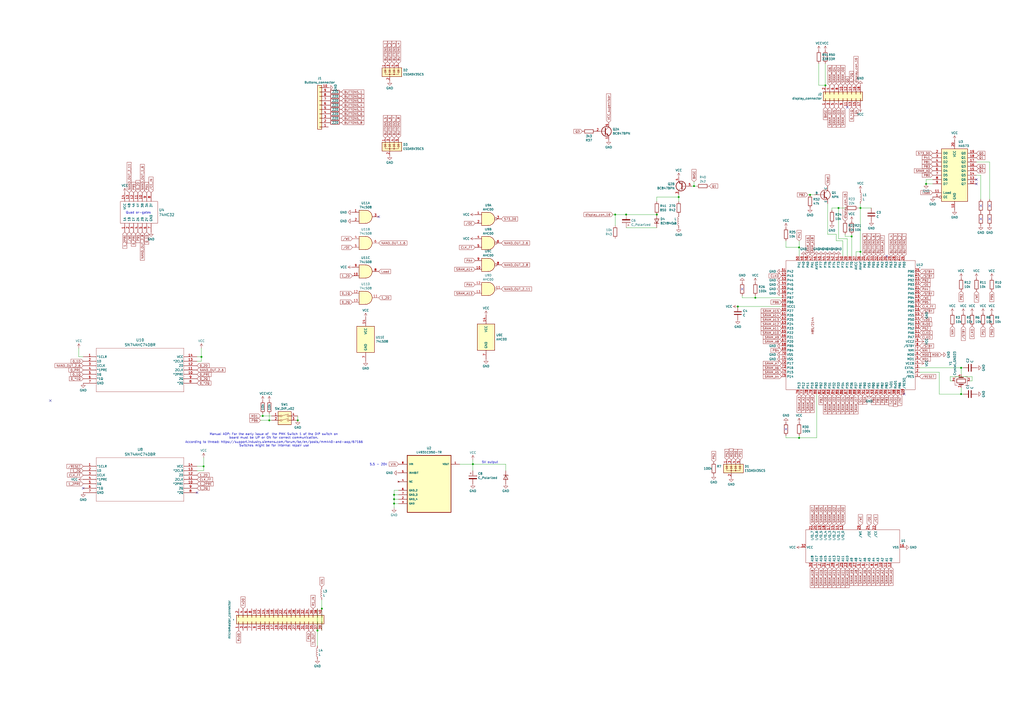
<source format=kicad_sch>
(kicad_sch (version 20231120) (generator "eeschema") (generator_version "8.0")
  (paper "A2")
  (junction (at 186.69 353.06))
  (junction (at 525.78 485.14))
  (junction (at 427.99 177.8))
  (junction (at 427.99 628.65))
  (junction (at 228.6 292.1))
  (junction (at 373.38 502.92))
  (junction (at 356.87 124.46))
  (junction (at 486.41 120.65))
  (junction (at 444.5 628.65))
  (junction (at 393.7 114.3))
  (junction (at 444.5 641.35))
  (junction (at 515.62 477.52))
  (junction (at 469.9 113.03))
  (junction (at 184.15 365.76))
  (junction (at 402.59 107.95))
  (junction (at 152.4 241.3))
  (junction (at 537.21 106.68))
  (junction (at 438.15 172.72))
  (junction (at 463.55 143.51))
  (junction (at 494.03 137.16))
  (junction (at 419.1 628.65))
  (junction (at 228.6 287.02))
  (junction (at 381 124.46))
  (junction (at 557.53 213.36))
  (junction (at 363.22 124.46))
  (junction (at 463.55 254))
  (junction (at 118.11 270.51))
  (junction (at 393.7 502.92))
  (junction (at 499.11 120.65))
  (junction (at 370.84 492.76))
  (junction (at 557.53 228.6))
  (junction (at 365.76 469.9))
  (junction (at 156.21 243.84))
  (junction (at 497.84 632.46))
  (junction (at 499.11 146.05))
  (junction (at 422.91 640.08))
  (junction (at 514.35 627.38))
  (junction (at 477.52 604.52))
  (junction (at 228.6 289.56))
  (junction (at 116.84 207.01))
  (junction (at 391.16 492.76))
  (junction (at 355.6 480.06))
  (junction (at 274.32 269.24))
  (junction (at 497.84 618.49))
  (junction (at 172.72 243.84))
  (junction (at 297.18 492.76))
  (junction (at 478.79 49.53))
  (no_connect (at 496.57 629.92))
  (no_connect (at 466.09 480.06))
  (no_connect (at 566.42 104.14))
  (no_connect (at 496.57 637.54))
  (no_connect (at 473.71 480.06))
  (no_connect (at 568.96 119.38))
  (no_connect (at 574.04 119.38))
  (no_connect (at 566.42 106.68))
  (no_connect (at 491.49 62.23))
  (no_connect (at 514.35 148.59))
  (no_connect (at 458.47 633.73))
  (no_connect (at 574.04 127))
  (no_connect (at 455.93 248.92))
  (no_connect (at 496.57 640.08))
  (no_connect (at 458.47 637.54))
  (no_connect (at 458.47 631.19))
  (no_connect (at 48.26 283.21))
  (no_connect (at 114.3 285.75))
  (no_connect (at 342.9 497.84))
  (no_connect (at 430.53 167.64))
  (no_connect (at 524.51 228.6))
  (no_connect (at 568.96 127))
  (no_connect (at 29.21 232.41))
  (no_connect (at 219.71 125.73))
  (no_connect (at 302.26 508))
  (wire (pts (xy 228.6 289.56) (xy 231.14 289.56)))
  (wire (pts (xy 228.6 284.48) (xy 231.14 284.48)))
  (wire (pts (xy 486.41 120.65) (xy 490.22 120.65)))
  (wire (pts (xy 118.11 270.51) (xy 118.11 273.05)))
  (wire (pts (xy 551.18 220.98) (xy 552.45 220.98)))
  (wire (pts (xy 490.22 137.16) (xy 494.03 137.16)))
  (wire (pts (xy 430.53 172.72) (xy 438.15 172.72)))
  (wire (pts (xy 363.22 132.08) (xy 381 132.08)))
  (wire (pts (xy 485.14 139.7) (xy 485.14 135.89)))
  (wire (pts (xy 365.76 480.06) (xy 365.76 477.52)))
  (wire (pts (xy 504.19 485.14) (xy 525.78 485.14)))
  (wire (pts (xy 473.71 228.6) (xy 473.71 254)))
  (wire (pts (xy 184.15 365.76) (xy 184.15 374.65)))
  (wire (pts (xy 184.15 353.06) (xy 184.15 365.76)))
  (wire (pts (xy 365.76 467.36) (xy 365.76 469.9)))
  (wire (pts (xy 497.84 618.49) (xy 497.84 632.46)))
  (wire (pts (xy 496.57 148.59) (xy 496.57 146.05)))
  (wire (pts (xy 114.3 273.05) (xy 118.11 273.05)))
  (wire (pts (xy 557.53 213.36) (xy 557.53 217.17)))
  (wire (pts (xy 574.04 115.57) (xy 574.04 93.98)))
  (wire (pts (xy 515.62 472.44) (xy 515.62 477.52)))
  (wire (pts (xy 499.11 146.05) (xy 499.11 148.59)))
  (wire (pts (xy 114.3 270.51) (xy 118.11 270.51)))
  (wire (pts (xy 477.52 604.52) (xy 477.52 619.76)))
  (wire (pts (xy 474.98 36.83) (xy 474.98 49.53)))
  (wire (pts (xy 274.32 269.24) (xy 274.32 266.7)))
  (wire (pts (xy 355.6 480.06) (xy 365.76 480.06)))
  (wire (pts (xy 491.49 138.43) (xy 486.41 138.43)))
  (wire (pts (xy 356.87 124.46) (xy 356.87 130.81)))
  (wire (pts (xy 477.52 599.44) (xy 477.52 604.52)))
  (wire (pts (xy 118.11 265.43) (xy 118.11 270.51)))
  (wire (pts (xy 443.23 641.35) (xy 444.5 641.35)))
  (wire (pts (xy 342.9 480.06) (xy 355.6 480.06)))
  (wire (pts (xy 419.1 640.08) (xy 422.91 640.08)))
  (wire (pts (xy 419.1 628.65) (xy 427.99 628.65)))
  (wire (pts (xy 463.55 139.7) (xy 463.55 143.51)))
  (wire (pts (xy 466.09 608.33) (xy 466.09 604.52)))
  (wire (pts (xy 469.9 474.98) (xy 483.87 474.98)))
  (wire (pts (xy 468.63 113.03) (xy 469.9 113.03)))
  (wire (pts (xy 469.9 113.03) (xy 472.44 113.03)))
  (wire (pts (xy 485.14 135.89) (xy 480.06 135.89)))
  (wire (pts (xy 355.6 477.52) (xy 355.6 480.06)))
  (wire (pts (xy 474.98 49.53) (xy 478.79 49.53)))
  (wire (pts (xy 430.53 171.45) (xy 430.53 172.72)))
  (wire (pts (xy 228.6 292.1) (xy 231.14 292.1)))
  (wire (pts (xy 293.37 269.24) (xy 293.37 273.05)))
  (wire (pts (xy 494.03 135.89) (xy 494.03 137.16)))
  (wire (pts (xy 368.3 492.76) (xy 370.84 492.76)))
  (wire (pts (xy 496.57 146.05) (xy 499.11 146.05)))
  (wire (pts (xy 444.5 628.65) (xy 458.47 628.65)))
  (wire (pts (xy 438.15 171.45) (xy 438.15 172.72)))
  (wire (pts (xy 114.3 207.01) (xy 116.84 207.01)))
  (wire (pts (xy 419.1 628.65) (xy 419.1 632.46)))
  (wire (pts (xy 497.84 614.68) (xy 497.84 618.49)))
  (wire (pts (xy 355.6 469.9) (xy 365.76 469.9)))
  (wire (pts (xy 386.08 492.76) (xy 391.16 492.76)))
  (wire (pts (xy 533.4 213.36) (xy 557.53 213.36)))
  (wire (pts (xy 381 116.84) (xy 381 114.3)))
  (wire (pts (xy 444.5 618.49) (xy 497.84 618.49)))
  (wire (pts (xy 370.84 492.76) (xy 378.46 492.76)))
  (wire (pts (xy 533.4 215.9) (xy 544.83 215.9)))
  (wire (pts (xy 228.6 287.02) (xy 228.6 284.48)))
  (wire (pts (xy 342.9 502.92) (xy 373.38 502.92)))
  (wire (pts (xy 574.04 93.98) (xy 566.42 93.98)))
  (wire (pts (xy 228.6 287.02) (xy 231.14 287.02)))
  (wire (pts (xy 274.32 269.24) (xy 274.32 273.05)))
  (wire (pts (xy 455.93 254) (xy 463.55 254)))
  (wire (pts (xy 463.55 252.73) (xy 463.55 254)))
  (wire (pts (xy 45.72 207.01) (xy 45.72 201.93)))
  (wire (pts (xy 151.13 243.84) (xy 156.21 243.84)))
  (wire (pts (xy 496.57 627.38) (xy 514.35 627.38)))
  (wire (pts (xy 393.7 502.92) (xy 397.51 502.92)))
  (wire (pts (xy 463.55 254) (xy 473.71 254)))
  (wire (pts (xy 557.53 228.6) (xy 557.53 224.79)))
  (wire (pts (xy 356.87 124.46) (xy 363.22 124.46)))
  (wire (pts (xy 274.32 269.24) (xy 293.37 269.24)))
  (wire (pts (xy 514.35 627.38) (xy 516.89 627.38)))
  (wire (pts (xy 455.93 143.51) (xy 463.55 143.51)))
  (wire (pts (xy 558.8 228.6) (xy 557.53 228.6)))
  (wire (pts (xy 482.6 120.65) (xy 486.41 120.65)))
  (wire (pts (xy 563.88 220.98) (xy 563.88 218.44)))
  (wire (pts (xy 537.21 106.68) (xy 541.02 106.68)))
  (wire (pts (xy 297.18 492.76) (xy 302.26 492.76)))
  (wire (pts (xy 488.95 148.59) (xy 488.95 139.7)))
  (wire (pts (xy 152.4 240.03) (xy 152.4 241.3)))
  (wire (pts (xy 444.5 626.11) (xy 444.5 628.65)))
  (wire (pts (xy 544.83 228.6) (xy 544.83 215.9)))
  (wire (pts (xy 563.88 218.44) (xy 551.18 218.44)))
  (wire (pts (xy 151.13 241.3) (xy 152.4 241.3)))
  (wire (pts (xy 515.62 477.52) (xy 516.89 477.52)))
  (wire (pts (xy 463.55 143.51) (xy 463.55 148.59)))
  (wire (pts (xy 402.59 107.95) (xy 403.86 107.95)))
  (wire (pts (xy 497.84 120.65) (xy 499.11 120.65)))
  (wire (pts (xy 172.72 241.3) (xy 172.72 243.84)))
  (wire (pts (xy 551.18 218.44) (xy 551.18 220.98)))
  (wire (pts (xy 393.7 502.92) (xy 386.08 502.92)))
  (wire (pts (xy 499.11 120.65) (xy 499.11 146.05)))
  (wire (pts (xy 152.4 241.3) (xy 157.48 241.3)))
  (wire (pts (xy 455.93 252.73) (xy 455.93 254)))
  (wire (pts (xy 415.29 628.65) (xy 419.1 628.65)))
  (wire (pts (xy 363.22 124.46) (xy 381 124.46)))
  (wire (pts (xy 497.84 632.46) (xy 499.11 632.46)))
  (wire (pts (xy 427.99 628.65) (xy 427.99 632.46)))
  (wire (pts (xy 228.6 292.1) (xy 228.6 289.56)))
  (wire (pts (xy 541.02 104.14) (xy 537.21 104.14)))
  (wire (pts (xy 156.21 240.03) (xy 156.21 243.84)))
  (wire (pts (xy 455.93 139.7) (xy 455.93 143.51)))
  (wire (pts (xy 566.42 101.6) (xy 568.96 101.6)))
  (wire (pts (xy 486.41 138.43) (xy 486.41 120.65)))
  (wire (pts (xy 568.96 101.6) (xy 568.96 115.57)))
  (wire (pts (xy 438.15 172.72) (xy 453.39 172.72)))
  (wire (pts (xy 48.26 207.01) (xy 45.72 207.01)))
  (wire (pts (xy 427.99 628.65) (xy 444.5 628.65)))
  (wire (pts (xy 228.6 289.56) (xy 228.6 287.02)))
  (wire (pts (xy 469.9 485.14) (xy 483.87 485.14)))
  (wire (pts (xy 156.21 243.84) (xy 157.48 243.84)))
  (wire (pts (xy 496.57 632.46) (xy 497.84 632.46)))
  (wire (pts (xy 494.03 137.16) (xy 494.03 148.59)))
  (wire (pts (xy 514.35 627.38) (xy 514.35 628.65)))
  (wire (pts (xy 482.6 121.92) (xy 482.6 120.65)))
  (wire (pts (xy 488.95 139.7) (xy 485.14 139.7)))
  (wire (pts (xy 491.49 148.59) (xy 491.49 138.43)))
  (wire (pts (xy 499.11 120.65) (xy 505.46 120.65)))
  (wire (pts (xy 186.69 353.06) (xy 186.69 365.76)))
  (wire (pts (xy 266.7 269.24) (xy 274.32 269.24)))
  (wire (pts (xy 391.16 492.76) (xy 397.51 492.76)))
  (wire (pts (xy 116.84 209.55) (xy 114.3 209.55)))
  (wire (pts (xy 422.91 640.08) (xy 427.99 640.08)))
  (wire (pts (xy 342.9 492.76) (xy 360.68 492.76)))
  (wire (pts (xy 116.84 201.93) (xy 116.84 207.01)))
  (wire (pts (xy 544.83 228.6) (xy 557.53 228.6)))
  (wire (pts (xy 355.6 124.46) (xy 356.87 124.46)))
  (wire (pts (xy 378.46 502.92) (xy 373.38 502.92)))
  (wire (pts (xy 557.53 213.36) (xy 558.8 213.36)))
  (wire (pts (xy 525.78 485.14) (xy 527.05 485.14)))
  (wire (pts (xy 427.99 177.8) (xy 453.39 177.8)))
  (wire (pts (xy 490.22 135.89) (xy 490.22 137.16)))
  (wire (pts (xy 393.7 114.3) (xy 393.7 116.84)))
  (wire (pts (xy 116.84 207.01) (xy 116.84 209.55)))
  (wire (pts (xy 297.18 491.49) (xy 297.18 492.76)))
  (wire (pts (xy 401.32 107.95) (xy 402.59 107.95)))
  (wire (pts (xy 562.61 220.98) (xy 563.88 220.98)))
  (wire (pts (xy 480.06 118.11) (xy 480.06 135.89)))
  (wire (pts (xy 504.19 477.52) (xy 515.62 477.52)))
  (wire (pts (xy 381 114.3) (xy 393.7 114.3)))
  (wire (pts (xy 186.69 347.98) (xy 186.69 353.06)))
  (wire (pts (xy 525.78 472.44) (xy 525.78 485.14)))
  (wire (pts (xy 402.59 105.41) (xy 402.59 107.95)))
  (wire (pts (xy 228.6 294.64) (xy 228.6 292.1)))
  (wire (pts (xy 393.7 113.03) (xy 393.7 114.3)))
  (wire (pts (xy 499.11 118.11) (xy 499.11 120.65)))
  (wire (pts (xy 537.21 104.14) (xy 537.21 106.68)))
  (wire (pts (xy 466.09 604.52) (xy 477.52 604.52)))
  (wire (pts (xy 478.79 36.83) (xy 478.79 49.53)))
  (wire (pts (xy 444.5 641.35) (xy 458.47 641.35)))
  (wire (pts (xy 292.1 492.76) (xy 297.18 492.76)))
  (text "5.5 - 20V " (at 219.964 269.494 0) (effects (font (size 1.27 1.27))))
  (text "Manual AOP: For the early issue of  the PMK Switch 1 of the DIP switch on \nboard must be UP or ON for correct communication. " (at 159.258 252.984 0) (effects (font (size 1.27 1.27))))
  (text "According to thread: https://support.industry.siemens.com/forum/be/en/posts/mm440-and-aop/67166\nSwitches might be for internal repair use" (at 159.004 257.556 0) (effects (font (size 1.27 1.27))))
  (text "5V output" (at 284.226 268.224 0) (effects (font (size 1.27 1.27))))
  (text "Quad or-gates\n" (at 80.264 123.444 0) (effects (font (size 1.27 1.27))))
  (global_label "SRAM_A6" (shape input) (at 453.39 213.36 180) (property "Intersheetrefs" "${INTERSHEET_REFS}" (effects (hide yes))))
  (global_label "display_con_16" (shape input) (at 490.22 128.27 90) (property "Intersheetrefs" "${INTERSHEET_REFS}" (effects (hide yes))))
  (global_label "BUTTONS_3" (shape input) (at 519.43 148.59 90) (property "Intersheetrefs" "${INTERSHEET_REFS}" (effects (hide yes))))
  (global_label "PA4" (shape input) (at 85.09 111.76 90) (property "Intersheetrefs" "${INTERSHEET_REFS}" (effects (hide yes))))
  (global_label "Q0" (shape input) (at 566.42 88.9 0) (property "Intersheetrefs" "${INTERSHEET_REFS}" (effects (hide yes))))
  (global_label "P51" (shape input) (at 429.26 266.7 90) (property "Intersheetrefs" "${INTERSHEET_REFS}" (effects (hide yes))))
  (global_label "P81" (shape input) (at 541.02 93.98 180) (property "Intersheetrefs" "${INTERSHEET_REFS}" (effects (hide yes))))
  (global_label "NMI" (shape input) (at 533.4 203.2 0) (property "Intersheetrefs" "${INTERSHEET_REFS}" (effects (hide yes))))
  (global_label "VIN" (shape input) (at 186.69 340.36 90) (property "Intersheetrefs" "${INTERSHEET_REFS}" (effects (hide yes))))
  (global_label "SRAM_A9" (shape input) (at 494.03 328.93 270) (property "Intersheetrefs" "${INTERSHEET_REFS}" (effects (hide yes))))
  (global_label "{slash}OE" (shape input) (at 275.59 129.54 180) (property "Intersheetrefs" "${INTERSHEET_REFS}" (effects (hide yes))))
  (global_label "0_2Q" (shape input) (at 114.3 219.71 0) (property "Intersheetrefs" "${INTERSHEET_REFS}" (effects (hide yes))))
  (global_label "SRAM_IO3" (shape input) (at 481.33 304.8 90) (property "Intersheetrefs" "${INTERSHEET_REFS}" (effects (hide yes))))
  (global_label "R1_IN" (shape input) (at 397.51 502.92 0) (property "Intersheetrefs" "${INTERSHEET_REFS}" (effects (hide yes))))
  (global_label "{slash}WE" (shape input) (at 204.47 138.43 180) (property "Intersheetrefs" "${INTERSHEET_REFS}" (effects (hide yes))))
  (global_label "SRAM_A7" (shape input) (at 499.11 328.93 270) (property "Intersheetrefs" "${INTERSHEET_REFS}" (effects (hide yes))))
  (global_label "NAND_OUT_2_6" (shape input) (at 48.26 212.09 180) (property "Intersheetrefs" "${INTERSHEET_REFS}" (effects (hide yes))))
  (global_label "{slash}WE" (shape input) (at 74.93 134.62 270) (property "Intersheetrefs" "${INTERSHEET_REFS}" (effects (hide yes))))
  (global_label "CLKO" (shape input) (at 504.19 482.6 0) (property "Intersheetrefs" "${INTERSHEET_REFS}" (effects (hide yes))))
  (global_label "P52" (shape input) (at 421.64 266.7 90) (property "Intersheetrefs" "${INTERSHEET_REFS}" (effects (hide yes))))
  (global_label "0_*1Q" (shape input) (at 494.03 62.23 270) (property "Intersheetrefs" "${INTERSHEET_REFS}" (effects (hide yes))))
  (global_label "SRAM_IO4" (shape input) (at 488.95 228.6 270) (property "Intersheetrefs" "${INTERSHEET_REFS}" (effects (hide yes))))
  (global_label "NAND_OUT_2_8" (shape input) (at 290.83 153.67 0) (property "Intersheetrefs" "${INTERSHEET_REFS}" (effects (hide yes))))
  (global_label "NAND_OUT_1_6" (shape input) (at 82.55 111.76 90) (property "Intersheetrefs" "${INTERSHEET_REFS}" (effects (hide yes))))
  (global_label "SRAM_IO0" (shape input) (at 478.79 228.6 270) (property "Intersheetrefs" "${INTERSHEET_REFS}" (effects (hide yes))))
  (global_label "0_1Q" (shape input) (at 204.47 170.18 180) (property "Intersheetrefs" "${INTERSHEET_REFS}" (effects (hide yes))))
  (global_label "P83" (shape input) (at 514.35 228.6 270) (property "Intersheetrefs" "${INTERSHEET_REFS}" (effects (hide yes))))
  (global_label "Q1" (shape input) (at 566.42 91.44 0) (property "Intersheetrefs" "${INTERSHEET_REFS}" (effects (hide yes))))
  (global_label "Vbat" (shape input) (at 480.06 107.95 90) (property "Intersheetrefs" "${INTERSHEET_REFS}" (effects (hide yes))))
  (global_label "MD0" (shape input) (at 533.4 205.74 0) (property "Intersheetrefs" "${INTERSHEET_REFS}" (effects (hide yes))))
  (global_label "Vbat" (shape input) (at 443.23 641.35 180) (property "Intersheetrefs" "${INTERSHEET_REFS}" (effects (hide yes))))
  (global_label "NAND_OUT_2_6" (shape input) (at 290.83 140.97 0) (property "Intersheetrefs" "${INTERSHEET_REFS}" (effects (hide yes))))
  (global_label "0_2D" (shape input) (at 80.01 111.76 90) (property "Intersheetrefs" "${INTERSHEET_REFS}" (effects (hide yes))))
  (global_label "P92" (shape input) (at 557.53 168.91 270) (property "Intersheetrefs" "${INTERSHEET_REFS}" (effects (hide yes))))
  (global_label "MD1" (shape input) (at 533.4 208.28 0) (property "Intersheetrefs" "${INTERSHEET_REFS}" (effects (hide yes))))
  (global_label "1_2Q" (shape input) (at 114.3 283.21 0) (property "Intersheetrefs" "${INTERSHEET_REFS}" (effects (hide yes))))
  (global_label "BASE" (shape input) (at 478.79 62.23 270) (property "Intersheetrefs" "${INTERSHEET_REFS}" (effects (hide yes))))
  (global_label "SRAM_A15" (shape input) (at 453.39 180.34 180) (property "Intersheetrefs" "${INTERSHEET_REFS}" (effects (hide yes))))
  (global_label "NAND_OUT_2_8" (shape input) (at 82.55 134.62 270) (property "Intersheetrefs" "${INTERSHEET_REFS}" (effects (hide yes))))
  (global_label "0_*2Q" (shape input) (at 114.3 222.25 0) (property "Intersheetrefs" "${INTERSHEET_REFS}" (effects (hide yes))))
  (global_label "PB4" (shape input) (at 497.84 614.68 90) (property "Intersheetrefs" "${INTERSHEET_REFS}" (effects (hide yes))))
  (global_label "P95" (shape input) (at 533.4 175.26 0) (property "Intersheetrefs" "${INTERSHEET_REFS}" (effects (hide yes))))
  (global_label "SRAM_A8" (shape input) (at 496.57 328.93 270) (property "Intersheetrefs" "${INTERSHEET_REFS}" (effects (hide yes))))
  (global_label "1_2D" (shape input) (at 114.3 275.59 0) (property "Intersheetrefs" "${INTERSHEET_REFS}" (effects (hide yes))))
  (global_label "P52" (shape input) (at 414.02 267.97 90) (property "Intersheetrefs" "${INTERSHEET_REFS}" (effects (hide yes))))
  (global_label "BUTTONS_3" (shape input) (at 228.6 36.83 90) (property "Intersheetrefs" "${INTERSHEET_REFS}" (effects (hide yes))))
  (global_label "SRAM_IO1" (shape input) (at 488.95 62.23 270) (property "Intersheetrefs" "${INTERSHEET_REFS}" (effects (hide yes))))
  (global_label "PA4" (shape input) (at 275.59 165.1 180) (property "Intersheetrefs" "${INTERSHEET_REFS}" (effects (hide yes))))
  (global_label "PA4" (shape input) (at 275.59 151.13 180) (property "Intersheetrefs" "${INTERSHEET_REFS}" (effects (hide yes))))
  (global_label "0_2Q" (shape input) (at 204.47 175.26 180) (property "Intersheetrefs" "${INTERSHEET_REFS}" (effects (hide yes))))
  (global_label "0_PRE" (shape input) (at 77.47 134.62 270) (property "Intersheetrefs" "${INTERSHEET_REFS}" (effects (hide yes))))
  (global_label "SRAM_IO1" (shape input) (at 486.41 304.8 90) (property "Intersheetrefs" "${INTERSHEET_REFS}" (effects (hide yes))))
  (global_label "P50" (shape input) (at 426.72 266.7 90) (property "Intersheetrefs" "${INTERSHEET_REFS}" (effects (hide yes))))
  (global_label "TxD0" (shape input) (at 533.4 185.42 0) (property "Intersheetrefs" "${INTERSHEET_REFS}" (effects (hide yes))))
  (global_label "BUTTONS_3" (shape input) (at 198.12 58.42 0) (property "Intersheetrefs" "${INTERSHEET_REFS}" (effects (hide yes))))
  (global_label "CLKO" (shape input) (at 533.4 195.58 0) (property "Intersheetrefs" "${INTERSHEET_REFS}" (effects (hide yes))))
  (global_label "BUTTONS_5" (shape input) (at 509.27 148.59 90) (property "Intersheetrefs" "${INTERSHEET_REFS}" (effects (hide yes))))
  (global_label "SRAM_IO7" (shape input) (at 481.33 62.23 270) (property "Intersheetrefs" "${INTERSHEET_REFS}" (effects (hide yes))))
  (global_label "1_2D" (shape input) (at 219.71 172.72 0) (property "Intersheetrefs" "${INTERSHEET_REFS}" (effects (hide yes))))
  (global_label "SRAM_A17" (shape input) (at 473.71 328.93 270) (property "Intersheetrefs" "${INTERSHEET_REFS}" (effects (hide yes))))
  (global_label "RxD0" (shape input) (at 138.43 365.76 270) (property "Intersheetrefs" "${INTERSHEET_REFS}" (effects (hide yes))))
  (global_label "VCC_supervisor" (shape input) (at 477.52 599.44 90) (property "Intersheetrefs" "${INTERSHEET_REFS}" (effects (hide yes))))
  (global_label "MD1" (shape input) (at 151.13 241.3 180) (property "Intersheetrefs" "${INTERSHEET_REFS}" (effects (hide yes))))
  (global_label "SRAM_A9" (shape input) (at 453.39 195.58 180) (property "Intersheetrefs" "${INTERSHEET_REFS}" (effects (hide yes))))
  (global_label "BASE" (shape input) (at 402.59 105.41 90) (property "Intersheetrefs" "${INTERSHEET_REFS}" (effects (hide yes))))
  (global_label "SRAM_A14" (shape input) (at 481.33 328.93 270) (property "Intersheetrefs" "${INTERSHEET_REFS}" (effects (hide yes))))
  (global_label "SRAM_A5" (shape input) (at 504.19 328.93 270) (property "Intersheetrefs" "${INTERSHEET_REFS}" (effects (hide yes))))
  (global_label "BUTTONS_8" (shape input) (at 231.14 80.01 90) (property "Intersheetrefs" "${INTERSHEET_REFS}" (effects (hide yes))))
  (global_label "BUTTONS_2" (shape input) (at 198.12 55.88 0) (property "Intersheetrefs" "${INTERSHEET_REFS}" (effects (hide yes))))
  (global_label "SRAM_A6" (shape input) (at 501.65 328.93 270) (property "Intersheetrefs" "${INTERSHEET_REFS}" (effects (hide yes))))
  (global_label "{slash}STBY" (shape input) (at 533.4 170.18 0) (property "Intersheetrefs" "${INTERSHEET_REFS}" (effects (hide yes))))
  (global_label "P41" (shape input) (at 541.02 91.44 180) (property "Intersheetrefs" "${INTERSHEET_REFS}" (effects (hide yes))))
  (global_label "Load" (shape input) (at 541.02 111.76 180) (property "Intersheetrefs" "${INTERSHEET_REFS}" (effects (hide yes))))
  (global_label "P51" (shape input) (at 570.23 189.23 270) (property "Intersheetrefs" "${INTERSHEET_REFS}" (effects (hide yes))))
  (global_label "{slash}WE" (shape input) (at 566.42 168.91 270) (property "Intersheetrefs" "${INTERSHEET_REFS}" (effects (hide yes))))
  (global_label "SRAM_A18" (shape input) (at 471.17 328.93 270) (property "Intersheetrefs" "${INTERSHEET_REFS}" (effects (hide yes))))
  (global_label "display_con_16" (shape input) (at 355.6 124.46 180) (property "Intersheetrefs" "${INTERSHEET_REFS}" (effects (hide yes))))
  (global_label "Q3" (shape input) (at 337.82 76.2 180) (property "Intersheetrefs" "${INTERSHEET_REFS}" (effects (hide yes))))
  (global_label "1_2PRE" (shape input) (at 114.3 280.67 0) (property "Intersheetrefs" "${INTERSHEET_REFS}" (effects (hide yes))))
  (global_label "SRAM_A3" (shape input) (at 509.27 328.93 270) (property "Intersheetrefs" "${INTERSHEET_REFS}" (effects (hide yes))))
  (global_label "0_PRE" (shape input) (at 114.3 217.17 0) (property "Intersheetrefs" "${INTERSHEET_REFS}" (effects (hide yes))))
  (global_label "SDA" (shape input) (at 516.89 477.52 0) (property "Intersheetrefs" "${INTERSHEET_REFS}" (effects (hide yes))))
  (global_label "RxD1" (shape input) (at 519.43 228.6 270) (property "Intersheetrefs" "${INTERSHEET_REFS}" (effects (hide yes))))
  (global_label "BUTTONS_8" (shape input) (at 501.65 148.59 90) (property "Intersheetrefs" "${INTERSHEET_REFS}" (effects (hide yes))))
  (global_label "SRAM_A8" (shape input) (at 453.39 198.12 180) (property "Intersheetrefs" "${INTERSHEET_REFS}" (effects (hide yes))))
  (global_label "P52" (shape input) (at 533.4 190.5 0) (property "Intersheetrefs" "${INTERSHEET_REFS}" (effects (hide yes))))
  (global_label "1_2PRE" (shape input) (at 48.26 280.67 180) (property "Intersheetrefs" "${INTERSHEET_REFS}" (effects (hide yes))))
  (global_label "SRAM_IO6" (shape input) (at 473.71 304.8 90) (property "Intersheetrefs" "${INTERSHEET_REFS}" (effects (hide yes))))
  (global_label "SDA" (shape input) (at 501.65 228.6 270) (property "Intersheetrefs" "${INTERSHEET_REFS}" (effects (hide yes))))
  (global_label "P95" (shape input) (at 80.01 134.62 270) (property "Intersheetrefs" "${INTERSHEET_REFS}" (effects (hide yes))))
  (global_label "Q4" (shape input) (at 496.57 62.23 270) (property "Intersheetrefs" "${INTERSHEET_REFS}" (effects (hide yes))))
  (global_label "SRAM_IO4" (shape input) (at 483.87 49.53 90) (property "Intersheetrefs" "${INTERSHEET_REFS}" (effects (hide yes))))
  (global_label "{slash}OE" (shape input) (at 533.4 165.1 0) (property "Intersheetrefs" "${INTERSHEET_REFS}" (effects (hide yes))))
  (global_label "BUTTONS_1" (shape input) (at 524.51 148.59 90) (property "Intersheetrefs" "${INTERSHEET_REFS}" (effects (hide yes))))
  (global_label "SRAM_A12" (shape input) (at 486.41 328.93 270) (property "Intersheetrefs" "${INTERSHEET_REFS}" (effects (hide yes))))
  (global_label "SRAM_IO7" (shape input) (at 471.17 304.8 90) (property "Intersheetrefs" "${INTERSHEET_REFS}" (effects (hide yes))))
  (global_label "Q4" (shape input) (at 566.42 99.06 0) (property "Intersheetrefs" "${INTERSHEET_REFS}" (effects (hide yes))))
  (global_label "SRAM_A11" (shape input) (at 453.39 190.5 180) (property "Intersheetrefs" "${INTERSHEET_REFS}" (effects (hide yes))))
  (global_label "SRAM_A12" (shape input) (at 453.39 187.96 180) (property "Intersheetrefs" "${INTERSHEET_REFS}" (effects (hide yes))))
  (global_label "BUTTONS_6" (shape input) (at 506.73 148.59 90) (property "Intersheetrefs" "${INTERSHEET_REFS}" (effects (hide yes))))
  (global_label "{slash}RESET" (shape input) (at 48.26 270.51 180) (property "Intersheetrefs" "${INTERSHEET_REFS}" (effects (hide yes))))
  (global_label "NMI" (shape input) (at 552.45 189.23 270) (property "Intersheetrefs" "${INTERSHEET_REFS}" (effects (hide yes))))
  (global_label "SRAM_A17" (shape input) (at 511.81 148.59 90) (property "Intersheetrefs" "${INTERSHEET_REFS}" (effects (hide yes))))
  (global_label "{slash}OE" (shape input) (at 204.47 143.51 180) (property "Intersheetrefs" "${INTERSHEET_REFS}" (effects (hide yes))))
  (global_label "SRAM_IO2" (shape input) (at 486.41 49.53 90) (property "Intersheetrefs" "${INTERSHEET_REFS}" (effects (hide yes))))
  (global_label "{slash}STBY" (shape input) (at 558.8 189.23 270) (property "Intersheetrefs" "${INTERSHEET_REFS}" (effects (hide yes))))
  (global_label "0_*2Q" (shape input) (at 494.03 49.53 90) (property "Intersheetrefs" "${INTERSHEET_REFS}" (effects (hide yes))))
  (global_label "{slash}WE" (shape input) (at 533.4 172.72 0) (property "Intersheetrefs" "${INTERSHEET_REFS}" (effects (hide yes))))
  (global_label "VCC_supervisor" (shape input) (at 353.06 71.12 90) (property "Intersheetrefs" "${INTERSHEET_REFS}" (effects (hide yes))))
  (global_label "SRAM_IO0" (shape input) (at 488.95 49.53 90) (property "Intersheetrefs" "${INTERSHEET_REFS}" (effects (hide yes))))
  (global_label "{slash}STBY" (shape input) (at 533.4 157.48 0) (property "Intersheetrefs" "${INTERSHEET_REFS}" (effects (hide yes))))
  (global_label "SRAM_A3" (shape input) (at 463.55 228.6 270) (property "Intersheetrefs" "${INTERSHEET_REFS}" (effects (hide yes))))
  (global_label "P80" (shape input) (at 541.02 101.6 180) (property "Intersheetrefs" "${INTERSHEET_REFS}" (effects (hide yes))))
  (global_label "BUTTONS_4" (shape input) (at 231.14 36.83 90) (property "Intersheetrefs" "${INTERSHEET_REFS}" (effects (hide yes))))
  (global_label "BUTTONS_1" (shape input) (at 223.52 36.83 90) (property "Intersheetrefs" "${INTERSHEET_REFS}" (effects (hide yes))))
  (global_label "RxD1" (shape input) (at 302.26 502.92 180) (property "Intersheetrefs" "${INTERSHEET_REFS}" (effects (hide yes))))
  (global_label "MD0" (shape input) (at 546.1 205.74 180) (property "Intersheetrefs" "${INTERSHEET_REFS}" (effects (hide yes))))
  (global_label "{slash}RESET" (shape output) (at 516.89 627.38 0) (property "Intersheetrefs" "${INTERSHEET_REFS}" (effects (hide yes))))
  (global_label "NAND_OUT_2_6" (shape input) (at 114.3 214.63 0) (property "Intersheetrefs" "${INTERSHEET_REFS}" (effects (hide yes))))
  (global_label "CLK_FF" (shape input) (at 275.59 143.51 180) (property "Intersheetrefs" "${INTERSHEET_REFS}" (effects (hide yes))))
  (global_label "PB6" (shape input) (at 151.13 243.84 180) (property "Intersheetrefs" "${INTERSHEET_REFS}" (effects (hide yes))))
  (global_label "SRAM_A2" (shape input) (at 511.81 328.93 270) (property "Intersheetrefs" "${INTERSHEET_REFS}" (effects (hide yes))))
  (global_label "{slash}INT" (shape input) (at 521.97 228.6 270) (property "Intersheetrefs" "${INTERSHEET_REFS}" (effects (hide yes))))
  (global_label "BUTTONS_1" (shape input) (at 198.12 53.34 0) (property "Intersheetrefs" "${INTERSHEET_REFS}" (effects (hide yes))))
  (global_label "P52" (shape input) (at 179.07 365.76 270) (property "Intersheetrefs" "${INTERSHEET_REFS}" (effects (hide yes))))
  (global_label "CLKO" (shape input) (at 563.88 189.23 270) (property "Intersheetrefs" "${INTERSHEET_REFS}" (effects (hide yes))))
  (global_label "SRAM_A16" (shape input) (at 468.63 148.59 90) (property "Intersheetrefs" "${INTERSHEET_REFS}" (effects (hide yes))))
  (global_label "BUTTONS_7" (shape input) (at 228.6 80.01 90) (property "Intersheetrefs" "${INTERSHEET_REFS}" (effects (hide yes))))
  (global_label "NAND_OUT_1_6" (shape input) (at 219.71 140.97 0) (property "Intersheetrefs" "${INTERSHEET_REFS}" (effects (hide yes))))
  (global_label "SRAM_IO6" (shape input) (at 494.03 228.6 270) (property "Intersheetrefs" "${INTERSHEET_REFS}" (effects (hide yes))))
  (global_label "SRAM_IO5" (shape input) (at 483.87 62.23 270) (property "Intersheetrefs" "${INTERSHEET_REFS}" (effects (hide yes))))
  (global_label "SRAM_A5" (shape input) (at 453.39 215.9 180) (property "Intersheetrefs" "${INTERSHEET_REFS}" (effects (hide yes))))
  (global_label "SRAM_A15" (shape input) (at 478.79 328.93 270) (property "Intersheetrefs" "${INTERSHEET_REFS}" (effects (hide yes))))
  (global_label "PB2" (shape input) (at 476.25 228.6 270) (property "Intersheetrefs" "${INTERSHEET_REFS}" (effects (hide yes))))
  (global_label "{slash}STBY" (shape input) (at 533.4 180.34 0) (property "Intersheetrefs" "${INTERSHEET_REFS}" (effects (hide yes))))
  (global_label "SRAM_A11" (shape input) (at 488.95 328.93 270) (property "Intersheetrefs" "${INTERSHEET_REFS}" (effects (hide yes))))
  (global_label "SRAM_A13" (shape input) (at 275.59 170.18 180) (property "Intersheetrefs" "${INTERSHEET_REFS}" (effects (hide yes))))
  (global_label "SRAM_IO7" (shape input) (at 496.57 228.6 270) (property "Intersheetrefs" "${INTERSHEET_REFS}" (effects (hide yes))))
  (global_label "P80" (shape input) (at 506.73 228.6 270) (property "Intersheetrefs" "${INTERSHEET_REFS}" (effects (hide yes))))
  (global_label "P50" (shape input) (at 575.31 189.23 270) (property "Intersheetrefs" "${INTERSHEET_REFS}" (effects (hide yes))))
  (global_label "SCL" (shape input) (at 504.19 474.98 0) (property "Intersheetrefs" "${INTERSHEET_REFS}" (effects (hide yes))))
  (global_label "0_1D" (shape input) (at 85.09 134.62 270) (property "Intersheetrefs" "${INTERSHEET_REFS}" (effects (hide yes))))
  (global_label "NAND_OUT_2_11" (shape input) (at 74.93 111.76 90) (property "Intersheetrefs" "${INTERSHEET_REFS}" (effects (hide yes))))
  (global_label "BUTTONS_6" (shape input) (at 198.12 66.04 0) (property "Intersheetrefs" "${INTERSHEET_REFS}" (effects (hide yes))))
  (global_label "P81" (shape input) (at 509.27 228.6 270) (property "Intersheetrefs" "${INTERSHEET_REFS}" (effects (hide yes))))
  (global_label "{slash}CE" (shape input) (at 508 304.8 90) (property "Intersheetrefs" "${INTERSHEET_REFS}" (effects (hide yes))))
  (global_label "SRAM_A1" (shape input) (at 468.63 228.6 270) (property "Intersheetrefs" "${INTERSHEET_REFS}" (effects (hide yes))))
  (global_label "0_PRE" (shape input) (at 48.26 214.63 180) (property "Intersheetrefs" "${INTERSHEET_REFS}" (effects (hide yes))))
  (global_label "RxD0" (shape input) (at 533.4 187.96 0) (property "Intersheetrefs" "${INTERSHEET_REFS}" (effects (hide yes))))
  (global_label "PB6" (shape input) (at 453.39 175.26 180) (property "Intersheetrefs" "${INTERSHEET_REFS}" (effects (hide yes))))
  (global_label "NMI" (shape input) (at 506.73 632.46 0) (property "Intersheetrefs" "${INTERSHEET_REFS}" (effects (hide yes))))
  (global_label "SRAM_A0" (shape input) (at 471.17 228.6 270) (property "Intersheetrefs" "${INTERSHEET_REFS}" (effects (hide yes))))
  (global_label "BUTTONS_7" (shape input) (at 504.19 148.59 90) (property "Intersheetrefs" "${INTERSHEET_REFS}" (effects (hide yes))))
  (global_label "1_2PRE" (shape input) (at 72.39 134.62 270) (property "Intersheetrefs" "${INTERSHEET_REFS}" (effects (hide yes))))
  (global_label "SRAM_IO1" (shape input) (at 481.33 228.6 270) (property "Intersheetrefs" "${INTERSHEET_REFS}" (effects (hide yes))))
  (global_label "PA4" (shape input) (at 533.4 167.64 0) (property "Intersheetrefs" "${INTERSHEET_REFS}" (effects (hide yes))))
  (global_label "P92" (shape input) (at 533.4 162.56 0) (property "Intersheetrefs" "${INTERSHEET_REFS}" (effects (hide yes))))
  (global_label "Load" (shape input) (at 219.71 157.48 0) (property "Intersheetrefs" "${INTERSHEET_REFS}" (effects (hide yes))))
  (global_label "CLK_FF" (shape input) (at 114.3 278.13 0) (property "Intersheetrefs" "${INTERSHEET_REFS}" (effects (hide yes))))
  (global_label "0_1Q" (shape input) (at 48.26 217.17 180) (property "Intersheetrefs" "${INTERSHEET_REFS}" (effects (hide yes))))
  (global_label "SRAM_A13" (shape input) (at 453.39 185.42 180) (property "Intersheetrefs" "${INTERSHEET_REFS}" (effects (hide yes))))
  (global_label "SRAM_IO3" (shape input) (at 486.41 62.23 270) (property "Intersheetrefs" "${INTERSHEET_REFS}" (effects (hide yes))))
  (global_label "SRAM_A2" (shape input) (at 466.09 228.6 270) (property "Intersheetrefs" "${INTERSHEET_REFS}" (effects (hide yes))))
  (global_label "SCL" (shape input) (at 499.11 228.6 270) (property "Intersheetrefs" "${INTERSHEET_REFS}" (effects (hide yes))))
  (global_label "T1_OUT" (shape input) (at 397.51 492.76 0) (property "Intersheetrefs" "${INTERSHEET_REFS}" (effects (hide yes))))
  (global_label "BUTTONS_6" (shape input) (at 226.06 80.01 90) (property "Intersheetrefs" "${INTERSHEET_REFS}" (effects (hide yes))))
  (global_label "PB2" (shape input) (at 496.57 635 0) (property "Intersheetrefs" "${INTERSHEET_REFS}" (effects (hide yes))))
  (global_label "VIN" (shape input) (at 400.05 628.65 180) (property "Intersheetrefs" "${INTERSHEET_REFS}" (effects (hide yes))))
  (global_label "0_2D" (shape input) (at 114.3 212.09 0) (property "Intersheetrefs" "${INTERSHEET_REFS}" (effects (hide yes))))
  (global_label "P41" (shape input) (at 463.55 139.7 90) (property "Intersheetrefs" "${INTERSHEET_REFS}" (effects (hide yes))))
  (global_label "573_D0" (shape input) (at 290.83 127 0) (property "Intersheetrefs" "${INTERSHEET_REFS}" (effects (hide yes))))
  (global_label "SRAM_IO2" (shape input) (at 483.87 304.8 90) (property "Intersheetrefs" "${INTERSHEET_REFS}" (effects (hide yes))))
  (global_label "1_2Q" (shape input) (at 48.26 273.05 180) (property "Intersheetrefs" "${INTERSHEET_REFS}" (effects (hide yes))))
  (global_label "SRAM_IO3" (shape input) (at 486.41 228.6 270) (property "Intersheetrefs" "${INTERSHEET_REFS}" (effects (hide yes))))
  (global_label "CLKO" (shape input) (at 453.39 160.02 180) (property "Intersheetrefs" "${INTERSHEET_REFS}" (effects (hide yes))))
  (global_label "BUTTONS_5" (shape input) (at 198.12 63.5 0) (property "Intersheetrefs" "${INTERSHEET_REFS}" (effects (hide yes))))
  (global_label "{slash}INT" (shape input) (at 527.05 485.14 0) (property "Intersheetrefs" "${INTERSHEET_REFS}" (effects (hide yes))))
  (global_label "SRAM_IO4" (shape input) (at 478.79 304.8 90) (property "Intersheetrefs" "${INTERSHEET_REFS}" (effects (hide yes))))
  (global_label "{slash}CE_IN" (shape input) (at 87.63 111.76 90) (property "Intersheetrefs" "${INTERSHEET_REFS}" (effects (hide yes))))
  (global_label "TxD1" (shape input) (at 516.89 228.6 270) (property "Intersheetrefs" "${INTERSHEET_REFS}" (effects (hide yes))))
  (global_label "P95" (shape input) (at 77.47 111.76 90) (property "Intersheetrefs" "${INTERSHEET_REFS}" (effects (hide yes))))
  (global_label "0_1D" (shape input) (at 48.26 209.55 180) (property "Intersheetrefs" "${INTERSHEET_REFS}" (effects (hide yes))))
  (global_label "PB4" (shape input) (at 453.39 203.2 180) (property "Intersheetrefs" "${INTERSHEET_REFS}" (effects (hide yes))))
  (global_label "{slash}STBY" (shape input) (at 533.4 200.66 0) (property "Intersheetrefs" "${INTERSHEET_REFS}" (effects (hide yes))))
  (global_label "SRAM_IO5" (shape input) (at 491.49 228.6 270) (property "Intersheetrefs" "${INTERSHEET_REFS}" (effects (hide yes))))
  (global_label "SRAM_A7" (shape input) (at 453.39 210.82 180) (property "Intersheetrefs" "${INTERSHEET_REFS}" (effects (hide yes))))
  (global_label "SRAM_A0" (shape input) (at 516.89 328.93 270) (property "Intersheetrefs" "${INTERSHEET_REFS}" (effects (hide yes))))
  (global_label "BUTTONS_4" (shape input) (at 198.12 60.96 0) (property "Intersheetrefs" "${INTERSHEET_REFS}" (effects (hide yes))))
  (global_label "SRAM_A4" (shape input) (at 506.73 328.93 270) (property "Intersheetrefs" "${INTERSHEET_REFS}" (effects (hide yes))))
  (global_label "CLK_FF" (shape input) (at 48.26 275.59 180) (property "Intersheetrefs" "${INTERSHEET_REFS}" (effects (hide yes))))
  (global_label "SRAM_IO5" (shape input) (at 476.25 304.8 90) (property "Intersheetrefs" "${INTERSHEET_REFS}" (effects (hide yes))))
  (global_label "MD1" (shape input) (at 424.18 266.7 90) (property "Intersheetrefs" "${INTERSHEET_REFS}" (effects (hide yes))))
  (global_label "SRAM_A10" (shape input) (at 491.49 328.93 270) (property "Intersheetrefs" "${INTERSHEET_REFS}" (effects (hide yes))))
  (global_label "CLKO" (shape input) (at 533.4 193.04 0) (property "Intersheetrefs" "${INTERSHEET_REFS}" (effects (hide yes))))
  (global_label "SRAM_A0" (shape input) (at 541.02 99.06 180) (property "Intersheetrefs" "${INTERSHEET_REFS}" (effects (hide yes))))
  (global_label "{slash}STBY" (shape input) (at 533.4 160.02 0) (property "Intersheetrefs" "${INTERSHEET_REFS}" (effects (hide yes))))
  (global_label "SRAM_IO0" (shape input) (at 488.95 304.8 90) (property "Intersheetrefs" "${INTERSHEET_REFS}" (effects (hide yes))))
  (global_label "{slash}CE" (shape input) (at 496.57 645.16 0) (property "Intersheetrefs" "${INTERSHEET_REFS}" (effects (hide yes))))
  (global_label "SRAM_A18" (shape input) (at 471.17 148.59 90) (property "Intersheetrefs" "${INTERSHEET_REFS}" (effects (hide yes))))
  (global_label "SRAM_IO2" (shape input) (at 483.87 228.6 270) (property "Intersheetrefs" "${INTERSHEET_REFS}" (effects (hide yes))))
  (global_label "SRAM_A13" (shape input) (at 483.87 328.93 270) (property "Intersheetrefs" "${INTERSHEET_REFS}" (effects (hide yes))))
  (global_label "Q1" (shape input) (at 411.48 107.95 0) (property "Intersheetrefs" "${INTERSHEET_REFS}" (effects (hide yes))))
  (global_label "R1_IN" (shape input) (at 181.61 353.06 90) (property "Intersheetrefs" "${INTERSHEET_REFS}" (effects (hide yes))))
  (global_label "BUTTONS_7" (shape input) (at 198.12 68.58 0) (property "Intersheetrefs" "${INTERSHEET_REFS}" (effects (hide yes))))
  (global_label "P83" (shape input) (at 541.02 96.52 180) (property "Intersheetrefs" "${INTERSHEET_REFS}" (effects (hide yes))))
  (global_label "{slash}CE_IN" (shape input) (at 458.47 645.16 180) (property "Intersheetrefs" "${INTERSHEET_REFS}" (effects (hide yes))))
  (global_label "{slash}OE" (shape input) (at 504.19 304.8 90) (property "Intersheetrefs" "${INTERSHEET_REFS}" (effects (hide yes))))
  (global_label "SRAM_A4" (shape input) (at 453.39 218.44 180) (property "Intersheetrefs" "${INTERSHEET_REFS}" (effects (hide yes))))
  (global_label "BUTTONS_8" (shape input) (at 198.12 71.12 0) (property "Intersheetrefs" "${INTERSHEET_REFS}" (effects (hide yes))))
  (global_label "CLK_FF" (shape input) (at 533.4 177.8 0) (property "Intersheetrefs" "${INTERSHEET_REFS}" (effects (hide yes))))
  (global_label "P82" (shape input) (at 511.81 228.6 270) (property "Intersheetrefs" "${INTERSHEET_REFS}" (effects (hide yes))))
  (global_label "Q3" (shape input) (at 566.42 96.52 0) (property "Intersheetrefs" "${INTERSHEET_REFS}" (effects (hide yes))))
  (global_label "P82" (shape input) (at 468.63 113.03 180) (property "Intersheetrefs" "${INTERSHEET_REFS}" (effects (hide yes))))
  (global_label "TxD1" (shape input) (at 292.1 492.76 180) (property "Intersheetrefs" "${INTERSHEET_REFS}" (effects (hide yes))))
  (global_label "0_*1Q" (shape input) (at 48.26 219.71 180) (property "Intersheetrefs" "${INTERSHEET_REFS}" (effects (hide yes))))
  (global_label "SRAM_IO6" (shape input) (at 481.33 49.53 90) (property "Intersheetrefs" "${INTERSHEET_REFS}" (effects (hide yes))))
  (global_label "T1_OUT" (shape input) (at 181.61 365.76 270) (property "Intersheetrefs" "${INTERSHEET_REFS}" (effects (hide yes))))
  (global_label "BUTTONS_2" (shape input) (at 521.97 148.59 90) (property "Intersheetrefs" "${INTERSHEET_REFS}" (effects (hide yes))))
  (global_label "VIN" (shape input) (at 231.14 269.24 180) (property "Intersheetrefs" "${INTERSHEET_REFS}" (effects (hide yes))))
  (global_label "SRAM_A14" (shape input) (at 453.39 182.88 180) (property "Intersheetrefs" "${INTERSHEET_REFS}" (effects (hide yes))))
  (global_label "573_D0" (shape input) (at 541.02 88.9 180) (property "Intersheetrefs" "${INTERSHEET_REFS}" (effects (hide yes))))
  (global_label "SRAM_A1" (shape input) (at 514.35 328.93 270) (property "Intersheetrefs" "${INTERSHEET_REFS}" (effects (hide yes))))
  (global_label "{slash}RESET" (shape input) (at 533.4 218.44 0) (property "Intersheetrefs" "${INTERSHEET_REFS}" (effects (hide yes))))
  (global_label "TxD0" (shape input) (at 140.97 353.06 90) (property "Intersheetrefs" "${INTERSHEET_REFS}" (effects (hide yes))))
  (global_label "P95" (shape input) (at 575.31 168.91 270) (property "Intersheetrefs" "${INTERSHEET_REFS}" (effects (hide yes))))
  (global_label "display_con_16" (shape input) (at 496.57 49.53 90) (property "Intersheetrefs" "${INTERSHEET_REFS}" (effects (hide yes))))
  (global_label "SRAM_A16" (shape input) (at 476.25 328.93 270) (property "Intersheetrefs" "${INTERSHEET_REFS}" (effects (hide yes))))
  (global_label "1_2D" (shape input) (at 204.47 160.02 180) (property "Intersheetrefs" "${INTERSHEET_REFS}" (effects (hide yes))))
  (global_label "BUTTONS_2" (shape input) (at 226.06 36.83 90) (property "Intersheetrefs" "${INTERSHEET_REFS}" (effects (hide yes))))
  (global_label "NAND_OUT_2_11" (shape input) (at 290.83 167.64 0) (property "Intersheetrefs" "${INTERSHEET_REFS}" (effects (hide yes))))
  (global_label "BUTTONS_4" (shape input) (at 516.89 148.59 90) (property "Intersheetrefs" "${INTERSHEET_REFS}" (effects (hide yes))))
  (global_label "SRAM_A14" (shape input) (at 275.59 156.21 180) (property "Intersheetrefs" "${INTERSHEET_REFS}" (effects (hide yes))))
  (global_label "Vbat" (shape input) (at 354.33 638.81 0) (property "Intersheetrefs" "${INTERSHEET_REFS}" (effects (hide yes))))
  (global_label "SRAM_A10" (shape input) (at 453.39 193.04 180) (property "Intersheetrefs" "${INTERSHEET_REFS}" (effects (hide yes))))
  (global_label "{slash}WE" (shape input) (at 499.11 304.8 90) (property "Intersheetrefs" "${INTERSHEET_REFS}" (effects (hide yes))))
  (global_label "Q0" (shape input) (at 491.49 49.53 90) (property "Intersheetrefs" "${INTERSHEET_REFS}" (effects (hide yes))))
  (global_label "BUTTONS_5" (shape input) (at 223.52 80.01 90) (property "Intersheetrefs" "${INTERSHEET_REFS}" (effects (hide yes))))
  (symbol (lib_id "74xx:74HC00") (at 281.94 195.58 0) (unit 5)
    (property "Reference" "U9" (at 287.782 194.3678 0) (effects (justify left)))
    (property "Value" "AHC00" (at 287.782 196.7921 0) (effects (justify left)))
    (property "Datasheet" "http://www.ti.com/lit/gpn/sn74hc00" (effects (hide yes)))
    (property "Description" "quad 2-input NAND gate" (effects (hide yes)))
  )
  (symbol (lib_id "power:VCC") (at 558.8 181.61 0) (unit 1)
    (property "Reference" "#PWR08" (effects (hide yes)))
    (property "Value" "VCC" (at 558.8 177.4769 0))
    (property "Description" "Power symbol creates a global label with name \"VCC\"" (effects (hide yes)))
  )
  (symbol (lib_id "Device:R") (at 570.23 185.42 0) (unit 1)
    (property "Reference" "R8" (at 572.008 184.2078 0) (effects (justify left)))
    (property "Value" "10k" (at 572.008 186.6321 0) (effects (justify left)))
    (property "Description" "Resistor" (effects (hide yes)))
  )
  (symbol (lib_id "power:VCC") (at 275.59 138.43 90) (unit 1)
    (property "Reference" "#PWR090" (effects (hide yes)))
    (property "Value" "VCC" (at 272.415 138.43 90) (effects (justify left)))
    (property "Description" "Power symbol creates a global label with name \"VCC\"" (effects (hide yes)))
  )
  (symbol (lib_id "Device:C_Polarized") (at 365.76 473.71 180) (unit 1)
    (property "Reference" "C17" (at 368.681 473.3868 0) (effects (justify right)))
    (property "Value" "C_Polarized" (at 368.681 475.8111 0) (effects (justify right)))
    (property "Description" "Polarized capacitor" (effects (hide yes)))
  )
  (symbol (lib_id "Device:R") (at 568.96 127 0) (unit 1)
    (property "Reference" "R36" (effects (hide yes)))
    (property "Value" "10k" (effects (hide yes)))
    (property "Description" "Resistor" (effects (hide yes)))
  )
  (symbol (lib_id "power:GND") (at 226.06 46.99 0) (unit 1)
    (property "Reference" "#PWR019" (effects (hide yes)))
    (property "Value" "GND" (at 226.06 51.1231 0))
    (property "Description" "Power symbol creates a global label with name \"GND\" , ground" (effects (hide yes)))
  )
  (symbol (lib_id "power:GND") (at 212.09 209.55 0) (unit 1)
    (property "Reference" "#PWR082" (effects (hide yes)))
    (property "Value" "GND" (at 212.09 213.6831 0))
    (property "Description" "Power symbol creates a global label with name \"GND\" , ground" (effects (hide yes)))
  )
  (symbol (lib_id "Device:R") (at 414.02 271.78 0) (unit 1)
    (property "Reference" "R7" (at 415.798 270.5678 0) (effects (justify left)))
    (property "Value" "100k" (at 408.178 271.78 0) (effects (justify left)))
    (property "Description" "Resistor" (effects (hide yes)))
  )
  (symbol (lib_id "Device:R") (at 356.87 134.62 180) (unit 1)
    (property "Reference" "R43" (at 355.092 135.8322 0) (effects (justify left)))
    (property "Value" "10k" (at 355.092 133.4079 0) (effects (justify left)))
    (property "Description" "Resistor" (effects (hide yes)))
  )
  (symbol (lib_id "power:VCC") (at 281.94 182.88 0) (unit 1)
    (property "Reference" "#PWR074" (effects (hide yes)))
    (property "Value" "VCC" (at 281.94 178.7469 0))
    (property "Description" "Power symbol creates a global label with name \"VCC\"" (effects (hide yes)))
  )
  (symbol (lib_id "power:VCC") (at 72.39 111.76 0) (unit 1)
    (property "Reference" "#PWR076" (effects (hide yes)))
    (property "Value" "VCC" (at 72.39 107.6269 0))
    (property "Description" "Power symbol creates a global label with name \"VCC\"" (effects (hide yes)))
  )
  (symbol (lib_id "74xx:74LS08") (at 212.09 140.97 0) (unit 2)
    (property "Reference" "U11" (at 212.0817 133.0155 0))
    (property "Value" "74LS08" (at 212.0817 135.4398 0))
    (property "Datasheet" "http://www.ti.com/lit/gpn/sn74LS08" (effects (hide yes)))
    (property "Description" "Quad And2" (effects (hide yes)))
  )
  (symbol (lib_id "Connector_Generic:Conn_01x10") (at 185.42 63.5 180) (unit 1)
    (property "Reference" "J1" (at 185.42 45.3855 0))
    (property "Value" "Buttons_connector" (at 185.42 47.8098 0))
    (property "Description" "Generic connector, single row, 01x10, script generated (kicad-library-utils/schlib/autogen/connector/)" (effects (hide yes)))
  )
  (symbol (lib_id "power:VCC") (at 494.03 469.9 0) (unit 1)
    (property "Reference" "#PWR068" (effects (hide yes)))
    (property "Value" "VCC" (at 494.03 465.7669 0))
    (property "Description" "Power symbol creates a global label with name \"VCC\"" (effects (hide yes)))
  )
  (symbol (lib_id "Device:C") (at 391.16 488.95 0) (unit 1)
    (property "Reference" "C10" (at 394.081 487.7378 0) (effects (justify left)))
    (property "Value" "C" (at 394.081 490.1621 0) (effects (justify left)))
    (property "Description" "Unpolarized capacitor" (effects (hide yes)))
  )
  (symbol (lib_id "Device:L") (at 499.11 114.3 0) (unit 1)
    (property "Reference" "L1" (at 500.3772 113.0878 0) (effects (justify left)))
    (property "Value" "L" (at 500.3772 115.5121 0) (effects (justify left)))
    (property "Description" "Inductor" (effects (hide yes)))
  )
  (symbol (lib_id "power:VCC") (at 463.55 245.11 0) (unit 1)
    (property "Reference" "#PWR050" (effects (hide yes)))
    (property "Value" "VCC" (at 463.55 240.9769 0))
    (property "Description" "Power symbol creates a global label with name \"VCC\"" (effects (hide yes)))
  )
  (symbol (lib_id "power:GND") (at 204.47 123.19 270) (unit 1)
    (property "Reference" "#PWR086" (effects (hide yes)))
    (property "Value" "GND" (at 201.2951 123.19 90) (effects (justify right)))
    (property "Description" "Power symbol creates a global label with name \"GND\" , ground" (effects (hide yes)))
  )
  (symbol (lib_id "power:VCC") (at 118.11 265.43 0) (unit 1)
    (property "Reference" "#PWR079" (effects (hide yes)))
    (property "Value" "VCC" (at 118.11 261.2969 0))
    (property "Description" "Power symbol creates a global label with name \"VCC\"" (effects (hide yes)))
  )
  (symbol (lib_id "power:GND") (at 494.03 490.22 0) (unit 1)
    (property "Reference" "#PWR056" (effects (hide yes)))
    (property "Value" "GND" (at 494.03 494.3531 0))
    (property "Description" "Power symbol creates a global label with name \"GND\" , ground" (effects (hide yes)))
  )
  (symbol (lib_id "Device:R") (at 341.63 76.2 270) (unit 1)
    (property "Reference" "R37" (at 341.63 81.3605 90))
    (property "Value" "3k3" (at 341.63 78.9362 90))
    (property "Description" "Resistor" (effects (hide yes)))
  )
  (symbol (lib_id "Device:C") (at 355.6 473.71 0) (unit 1)
    (property "Reference" "C16" (at 358.521 472.4978 0) (effects (justify left)))
    (property "Value" "C" (at 358.521 474.9221 0) (effects (justify left)))
    (property "Description" "Unpolarized capacitor" (effects (hide yes)))
  )
  (symbol (lib_id "power:VCC") (at 204.47 154.94 90) (unit 1)
    (property "Reference" "#PWR088" (effects (hide yes)))
    (property "Value" "VCC" (at 201.295 154.94 90) (effects (justify left)))
    (property "Description" "Power symbol creates a global label with name \"VCC\"" (effects (hide yes)))
  )
  (symbol (lib_id "Device:R") (at 194.31 63.5 270) (unit 1)
    (property "Reference" "R17" (effects (hide yes)))
    (property "Value" "220" (at 192.532 63.5 90) (effects (justify left)))
    (property "Description" "Resistor" (effects (hide yes)))
  )
  (symbol (lib_id "Switch:SW_DIP_x02") (at 165.1 243.84 0) (unit 1)
    (property "Reference" "SW1" (at 165.1 234.6155 0))
    (property "Value" "SW_DIP_x02" (at 165.1 237.0398 0))
    (property "Description" "2x DIP Switch, Single Pole Single Throw (SPST) switch, small symbol" (effects (hide yes)))
  )
  (symbol (lib_id "Device:R") (at 403.86 628.65 90) (unit 1)
    (property "Reference" "R46" (at 403.86 623.4895 90))
    (property "Value" "10k" (at 403.86 625.9138 90))
    (property "Description" "Resistor" (effects (hide yes)))
  )
  (symbol (lib_id "power:VCC") (at 45.72 201.93 0) (unit 1)
    (property "Reference" "#PWR078" (effects (hide yes)))
    (property "Value" "VCC" (at 45.72 197.7969 0))
    (property "Description" "Power symbol creates a global label with name \"VCC\"" (effects (hide yes)))
  )
  (symbol (lib_id "Device:C") (at 393.7 506.73 180) (unit 1)
    (property "Reference" "C11" (at 390.779 507.9422 0) (effects (justify left)))
    (property "Value" "C" (at 390.779 505.5179 0) (effects (justify left)))
    (property "Description" "Unpolarized capacitor" (effects (hide yes)))
  )
  (symbol (lib_id "Device:R") (at 156.21 236.22 0) (unit 1)
    (property "Reference" "R28" (effects (hide yes)))
    (property "Value" "10k" (at 156.21 237.998 90) (effects (justify left)))
    (property "Description" "Resistor" (effects (hide yes)))
  )
  (symbol (lib_id "power:GND") (at 370.84 485.14 180) (unit 1)
    (property "Reference" "#PWR097" (effects (hide yes)))
    (property "Value" "GND" (at 370.84 481.0069 0))
    (property "Description" "Power symbol creates a global label with name \"GND\" , ground" (effects (hide yes)))
  )
  (symbol (lib_id "74xx:74HC00") (at 283.21 167.64 0) (unit 4)
    (property "Reference" "U9" (at 283.2017 159.6855 0))
    (property "Value" "AHC00" (at 283.2017 162.1098 0))
    (property "Datasheet" "http://www.ti.com/lit/gpn/sn74hc00" (effects (hide yes)))
    (property "Description" "quad 2-input NAND gate" (effects (hide yes)))
  )
  (symbol (lib_id "power:GND") (at 469.9 120.65 0) (unit 1)
    (property "Reference" "#PWR053" (effects (hide yes)))
    (property "Value" "GND" (at 469.9 124.7831 0))
    (property "Description" "Power symbol creates a global label with name \"GND\" , ground" (effects (hide yes)))
  )
  (symbol (lib_id "74xx:74HC00") (at 283.21 140.97 0) (unit 2)
    (property "Reference" "U9" (at 283.2017 133.0155 0))
    (property "Value" "AHC00" (at 283.2017 135.4398 0))
    (property "Datasheet" "http://www.ti.com/lit/gpn/sn74hc00" (effects (hide yes)))
    (property "Description" "quad 2-input NAND gate" (effects (hide yes)))
  )
  (symbol (lib_id "power:VCC") (at 152.4 232.41 0) (unit 1)
    (property "Reference" "#PWR05" (effects (hide yes)))
    (property "Value" "VCC" (at 152.4 228.2769 0))
    (property "Description" "Power symbol creates a global label with name \"VCC\"" (effects (hide yes)))
  )
  (symbol (lib_id "Diode:BZX84Cxx") (at 381 128.27 90) (unit 1)
    (property "Reference" "D4" (at 383.032 127.0578 90) (effects (justify right)))
    (property "Value" "BZX84Cxx" (at 383.032 129.4821 90) (effects (justify right)))
    (property "Footprint" "Package_TO_SOT_SMD:SOT-23" (effects (hide yes)))
    (property "Datasheet" "https://diotec.com/tl_files/diotec/files/pdf/datasheets/bzx84c2v4.pdf" (effects (hide yes)))
    (property "Description" "300mW Zener Diode, SOT-23" (effects (hide yes)))
  )
  (symbol (lib_id "power:GND") (at 481.33 148.59 180) (unit 1)
    (property "Reference" "#PWR030" (effects (hide yes)))
    (property "Value" "GND" (at 481.33 144.4569 0))
    (property "Description" "Power symbol creates a global label with name \"GND\" , ground" (effects (hide yes)))
  )
  (symbol (lib_id "Device:R") (at 407.67 107.95 90) (unit 1)
    (property "Reference" "R40" (at 407.67 102.7895 90))
    (property "Value" "2k2" (at 407.67 105.2138 90))
    (property "Description" "Resistor" (effects (hide yes)))
  )
  (symbol (lib_id "power:VCC") (at 533.4 198.12 270) (unit 1)
    (property "Reference" "#PWR09" (effects (hide yes)))
    (property "Value" "VCC" (at 537.5331 198.12 0))
    (property "Description" "Power symbol creates a global label with name \"VCC\"" (effects (hide yes)))
  )
  (symbol (lib_id "Device:L") (at 364.49 492.76 90) (unit 1)
    (property "Reference" "L5" (at 364.49 488.1102 90))
    (property "Value" "L" (at 364.49 490.5345 90))
    (property "Description" "Inductor" (effects (hide yes)))
  )
  (symbol (lib_id "power:GND") (at 505.46 128.27 0) (unit 1)
    (property "Reference" "#PWR023" (effects (hide yes)))
    (property "Value" "GND" (at 505.46 132.4031 0))
    (property "Description" "Power symbol creates a global label with name \"GND\" , ground" (effects (hide yes)))
  )
  (symbol (lib_id "Device:R") (at 552.45 185.42 0) (unit 1)
    (property "Reference" "R3" (at 554.228 184.2078 0) (effects (justify left)))
    (property "Value" "10k" (at 554.228 186.6321 0) (effects (justify left)))
    (property "Description" "Resistor" (effects (hide yes)))
  )
  (symbol (lib_id "Device:C") (at 562.61 213.36 90) (unit 1)
    (property "Reference" "C2" (at 561.3978 210.439 0) (effects (justify left)))
    (property "Value" "C" (at 563.8221 210.439 0) (effects (justify left)))
    (property "Description" "Unpolarized capacitor" (effects (hide yes)))
  )
  (symbol (lib_id "Diode:PTVS5V0Z1USK") (at 293.37 276.86 270) (unit 1)
    (property "Reference" "D5" (effects (hide yes)))
    (property "Value" "PTVS5V0Z1USK" (effects (hide yes)))
    (property "Footprint" "Diode_SMD:Nexperia_DSN1608-2_1.6x0.8mm" (effects (hide yes)))
    (property "Datasheet" "https://assets.nexperia.com/documents/data-sheet/PTVS5V0Z1USK.pdf" (effects (hide yes)))
    (property "Description" "5V, 1200W TVS unidirectional diode, DSN1608-2" (effects (hide yes)))
  )
  (symbol (lib_id "power:GND") (at 444.5 648.97 0) (unit 1)
    (property "Reference" "#PWR063" (effects (hide yes)))
    (property "Value" "GND" (at 444.5 653.1031 0))
    (property "Description" "Power symbol creates a global label with name \"GND\" , ground" (effects (hide yes)))
  )
  (symbol (lib_id "Connector_Generic:Conn_02x20_Odd_Even") (at 161.29 360.68 90) (unit 1)
    (property "Reference" "micromaster_connector" (at 133.0155 359.41 0))
    (property "Value" "~" (at 135.4398 359.41 0))
    (property "Description" "Generic connector, double row, 02x20, odd/even pin numbering scheme (row 1 odd numbers, row 2 even numbers), script generated (kicad-library-utils/schlib/autogen/connector/)" (effects (hide yes)))
  )
  (symbol (lib_id "power:VCC") (at 438.15 163.83 0) (unit 1)
    (property "Reference" "#PWR040" (effects (hide yes)))
    (property "Value" "VCC" (at 438.15 159.6969 0))
    (property "Description" "Power symbol creates a global label with name \"VCC\"" (effects (hide yes)))
  )
  (symbol (lib_id "Device:R") (at 152.4 236.22 0) (unit 1)
    (property "Reference" "R2" (effects (hide yes)))
    (property "Value" "10k" (at 152.4 237.998 90) (effects (justify left)))
    (property "Description" "Resistor" (effects (hide yes)))
  )
  (symbol (lib_id "power:GND") (at 204.47 128.27 270) (unit 1)
    (property "Reference" "#PWR087" (effects (hide yes)))
    (property "Value" "GND" (at 201.2951 128.27 90) (effects (justify right)))
    (property "Description" "Power symbol creates a global label with name \"GND\" , ground" (effects (hide yes)))
  )
  (symbol (lib_id "power:VCC") (at 48.26 278.13 90) (unit 1)
    (property "Reference" "#PWR085" (effects (hide yes)))
    (property "Value" "VCC" (at 45.085 278.13 90) (effects (justify left)))
    (property "Description" "Power symbol creates a global label with name \"VCC\"" (effects (hide yes)))
  )
  (symbol (lib_id "power:GND") (at 541.02 114.3 0) (unit 1)
    (property "Reference" "#PWR057" (effects (hide yes)))
    (property "Value" "GND" (at 541.02 118.4331 0))
    (property "Description" "Power symbol creates a global label with name \"GND\" , ground" (effects (hide yes)))
  )
  (symbol (lib_id "power:VCC") (at 494.03 128.27 0) (unit 1)
    (property "Reference" "#PWR024" (effects (hide yes)))
    (property "Value" "VCC" (at 494.03 124.1369 0))
    (property "Description" "Power symbol creates a global label with name \"VCC\"" (effects (hide yes)))
  )
  (symbol (lib_id "power:GND") (at 466.09 148.59 180) (unit 1)
    (property "Reference" "#PWR033" (effects (hide yes)))
    (property "Value" "GND" (at 466.09 144.4569 0))
    (property "Description" "Power symbol creates a global label with name \"GND\" , ground" (effects (hide yes)))
  )
  (symbol (lib_id "power:GND") (at 486.41 148.59 180) (unit 1)
    (property "Reference" "#PWR032" (effects (hide yes)))
    (property "Value" "GND" (at 486.41 144.4569 0))
    (property "Description" "Power symbol creates a global label with name \"GND\" , ground" (effects (hide yes)))
  )
  (symbol (lib_id "power:GND") (at 322.58 520.7 0) (unit 1)
    (property "Reference" "#PWR0104" (effects (hide yes)))
    (property "Value" "GND" (at 322.58 524.8331 0))
    (property "Description" "Power symbol creates a global label with name \"GND\" , ground" (effects (hide yes)))
  )
  (symbol (lib_id "power:VCC") (at 499.11 62.23 180) (unit 1)
    (property "Reference" "#PWR0109" (effects (hide yes)))
    (property "Value" "VCC" (at 499.11 66.3631 0))
    (property "Description" "Power symbol creates a global label with name \"VCC\"" (effects (hide yes)))
  )
  (symbol (lib_id "power:VCC") (at 116.84 201.93 0) (unit 1)
    (property "Reference" "#PWR077" (effects (hide yes)))
    (property "Value" "VCC" (at 116.84 197.7969 0))
    (property "Description" "Power symbol creates a global label with name \"VCC\"" (effects (hide yes)))
  )
  (symbol (lib_id "Device:R") (at 490.22 132.08 0) (unit 1)
    (property "Reference" "R22" (at 491.998 130.8678 0) (effects (justify left)))
    (property "Value" "10k" (at 491.998 133.2921 0) (effects (justify left)))
    (property "Description" "Resistor" (effects (hide yes)))
  )
  (symbol (lib_id "Device:R") (at 575.31 185.42 0) (unit 1)
    (property "Reference" "R9" (at 577.088 184.2078 0) (effects (justify left)))
    (property "Value" "10k" (at 577.088 186.6321 0) (effects (justify left)))
    (property "Description" "Resistor" (effects (hide yes)))
  )
  (symbol (lib_id "power:GND") (at 274.32 280.67 0) (unit 1)
    (property "Reference" "#PWR093" (effects (hide yes)))
    (property "Value" "GND" (at 274.32 284.8031 0))
    (property "Description" "Power symbol creates a global label with name \"GND\" , ground" (effects (hide yes)))
  )
  (symbol (lib_id "Device:R") (at 194.31 60.96 270) (unit 1)
    (property "Reference" "R16" (effects (hide yes)))
    (property "Value" "220" (at 192.532 60.96 90) (effects (justify left)))
    (property "Description" "Resistor" (effects (hide yes)))
  )
  (symbol (lib_id "power:GND") (at 455.93 245.11 180) (unit 1)
    (property "Reference" "#PWR049" (effects (hide yes)))
    (property "Value" "GND" (at 455.93 240.9769 0))
    (property "Description" "Power symbol creates a global label with name \"GND\" , ground" (effects (hide yes)))
  )
  (symbol (lib_id "power:VCC") (at 427.99 177.8 90) (unit 1)
    (property "Reference" "#PWR044" (effects (hide yes)))
    (property "Value" "VCC" (at 424.815 177.8 90) (effects (justify left)))
    (property "Description" "Power symbol creates a global label with name \"VCC\"" (effects (hide yes)))
  )
  (symbol (lib_id "Device:C_Polarized") (at 274.32 276.86 0) (unit 1)
    (property "Reference" "C8" (at 277.241 274.7588 0) (effects (justify left)))
    (property "Value" "C_Polarized" (at 277.241 277.1831 0) (effects (justify left)))
    (property "Description" "Polarized capacitor" (effects (hide yes)))
  )
  (symbol (lib_id "power:GND") (at 453.39 200.66 270) (unit 1)
    (property "Reference" "#PWR046" (effects (hide yes)))
    (property "Value" "GND" (at 450.2151 200.66 90) (effects (justify right)))
    (property "Description" "Power symbol creates a global label with name \"GND\" , ground" (effects (hide yes)))
  )
  (symbol (lib_id "power:VCC") (at 515.62 464.82 0) (unit 1)
    (property "Reference" "#PWR051" (effects (hide yes)))
    (property "Value" "VCC" (at 515.62 460.6869 0))
    (property "Description" "Power symbol creates a global label with name \"VCC\"" (effects (hide yes)))
  )
  (symbol (lib_id "Device:R") (at 194.31 55.88 270) (unit 1)
    (property "Reference" "R14" (effects (hide yes)))
    (property "Value" "220" (at 192.532 55.88 90) (effects (justify left)))
    (property "Description" "Resistor" (effects (hide yes)))
  )
  (symbol (lib_id "Device:R") (at 469.9 116.84 0) (unit 1)
    (property "Reference" "R32" (at 471.678 115.6278 0) (effects (justify left)))
    (property "Value" "47k" (at 471.678 118.0521 0) (effects (justify left)))
    (property "Description" "Resistor" (effects (hide yes)))
  )
  (symbol (lib_id "power:GND") (at 504.19 228.6 0) (unit 1)
    (property "Reference" "#PWR052" (effects (hide yes)))
    (property "Value" "GND" (at 504.19 232.7331 0))
    (property "Description" "Power symbol creates a global label with name \"GND\" , ground" (effects (hide yes)))
  )
  (symbol (lib_id "Device:R") (at 482.6 125.73 0) (unit 1)
    (property "Reference" "R24" (at 484.378 124.5178 0) (effects (justify left)))
    (property "Value" "10k" (at 484.378 126.9421 0) (effects (justify left)))
    (property "Description" "Resistor" (effects (hide yes)))
  )
  (symbol (lib_id "power:GND") (at 172.72 243.84 0) (unit 1)
    (property "Reference" "#PWR042" (effects (hide yes)))
    (property "Value" "GND" (at 172.72 247.9731 0))
    (property "Description" "Power symbol creates a global label with name \"GND\" , ground" (effects (hide yes)))
  )
  (symbol (lib_id "power:VCC") (at 563.88 181.61 0) (unit 1)
    (property "Reference" "#PWR010" (effects (hide yes)))
    (property "Value" "VCC" (at 563.88 177.4769 0))
    (property "Description" "Power symbol creates a global label with name \"VCC\"" (effects (hide yes)))
  )
  (symbol (lib_id "74xx:74HC00") (at 283.21 127 0) (unit 1)
    (property "Reference" "U9" (at 283.2017 119.0455 0))
    (property "Value" "AHC00" (at 283.2017 121.4698 0))
    (property "Datasheet" "http://www.ti.com/lit/gpn/sn74hc00" (effects (hide yes)))
    (property "Description" "quad 2-input NAND gate" (effects (hide yes)))
  )
  (symbol (lib_id "power:GND") (at 566.42 228.6 90) (unit 1)
    (property "Reference" "#PWR01" (effects (hide yes)))
    (property "Value" "GND" (at 570.5531 228.6 0))
    (property "Description" "Power symbol creates a global label with name \"GND\" , ground" (effects (hide yes)))
  )
  (symbol (lib_id "power:GND") (at 453.39 208.28 270) (unit 1)
    (property "Reference" "#PWR048" (effects (hide yes)))
    (property "Value" "GND" (at 450.2151 208.28 90) (effects (justify right)))
    (property "Description" "Power symbol creates a global label with name \"GND\" , ground" (effects (hide yes)))
  )
  (symbol (lib_id "power:VCC") (at 575.31 181.61 0) (unit 1)
    (property "Reference" "#PWR014" (effects (hide yes)))
    (property "Value" "VCC" (at 575.31 177.4769 0))
    (property "Description" "Power symbol creates a global label with name \"VCC\"" (effects (hide yes)))
  )
  (symbol (lib_id "Device:Crystal_GND23") (at 469.9 480.06 0) (unit 1)
    (property "Reference" "Y2" (at 480.1106 473.915 0))
    (property "Value" "Crystal_GND23" (at 480.1106 476.3393 0))
    (property "Description" "Four pin crystal, GND on pins 2 and 3" (effects (hide yes)))
  )
  (symbol (lib_id "power:GND") (at 87.63 134.62 0) (unit 1)
    (property "Reference" "#PWR084" (effects (hide yes)))
    (property "Value" "GND" (at 87.63 138.7531 0))
    (property "Description" "Power symbol creates a global label with name \"GND\" , ground" (effects (hide yes)))
  )
  (symbol (lib_id "Device:R") (at 444.5 622.3 180) (unit 1)
    (property "Reference" "R49" (at 446.278 621.0878 0) (effects (justify right)))
    (property "Value" "470k" (at 446.278 623.5121 0) (effects (justify right)))
    (property "Description" "Resistor" (effects (hide yes)))
  )
  (symbol (lib_id "power:GND") (at 302.26 497.84 270) (unit 1)
    (property "Reference" "#PWR0105" (effects (hide yes)))
    (property "Value" "GND" (at 299.0851 497.84 90) (effects (justify right)))
    (property "Description" "Power symbol creates a global label with name \"GND\" , ground" (effects (hide yes)))
  )
  (symbol (lib_id "power:GND") (at 476.25 148.59 180) (unit 1)
    (property "Reference" "#PWR028" (effects (hide yes)))
    (property "Value" "GND" (at 476.25 144.4569 0))
    (property "Description" "Power symbol creates a global label with name \"GND\" , ground" (effects (hide yes)))
  )
  (symbol (lib_id "74xx:74LS08") (at 212.09 157.48 0) (unit 3)
    (property "Reference" "U11" (at 212.0817 149.5255 0))
    (property "Value" "74LS08" (at 212.0817 151.9498 0))
    (property "Datasheet" "http://www.ti.com/lit/gpn/sn74LS08" (effects (hide yes)))
    (property "Description" "Quad And2" (effects (hide yes)))
  )
  (symbol (lib_id "power:VCC") (at 533.4 210.82 270) (unit 1)
    (property "Reference" "#PWR03" (effects (hide yes)))
    (property "Value" "VCC" (at 537.5331 210.82 0))
    (property "Description" "Power symbol creates a global label with name \"VCC\"" (effects (hide yes)))
  )
  (symbol (lib_id "power:GND") (at 453.39 170.18 270) (unit 1)
    (property "Reference" "#PWR039" (effects (hide yes)))
    (property "Value" "GND" (at 450.2151 170.18 90) (effects (justify right)))
    (property "Description" "Power symbol creates a global label with name \"GND\" , ground" (effects (hide yes)))
  )
  (symbol (lib_id "power:VCC") (at 274.32 266.7 0) (unit 1)
    (property "Reference" "#PWR092" (effects (hide yes)))
    (property "Value" "VCC" (at 274.32 262.5669 0))
    (property "Description" "Power symbol creates a global label with name \"VCC\"" (effects (hide yes)))
  )
  (symbol (lib_id "Device:R") (at 194.31 53.34 270) (unit 1)
    (property "Reference" "R13" (effects (hide yes)))
    (property "Value" "220" (at 192.532 53.34 90) (effects (justify left)))
    (property "Description" "Resistor" (effects (hide yes)))
  )
  (symbol (lib_id "power:GND") (at 293.37 280.67 0) (unit 1)
    (property "Reference" "#PWR095" (effects (hide yes)))
    (property "Value" "GND" (at 293.37 284.8031 0))
    (property "Description" "Power symbol creates a global label with name \"GND\" , ground" (effects (hide yes)))
  )
  (symbol (lib_id "Device:R") (at 438.15 167.64 0) (unit 1)
    (property "Reference" "R26" (at 439.928 166.4278 0) (effects (justify left)))
    (property "Value" "100k" (at 439.928 168.8521 0) (effects (justify left)))
    (property "Description" "Resistor" (effects (hide yes)))
  )
  (symbol (lib_id "power:GND") (at 483.87 148.59 180) (unit 1)
    (property "Reference" "#PWR031" (effects (hide yes)))
    (property "Value" "GND" (at 483.87 144.4569 0))
    (property "Description" "Power symbol creates a global label with name \"GND\" , ground" (effects (hide yes)))
  )
  (symbol (lib_id "power:VCC") (at 393.7 102.87 0) (unit 1)
    (property "Reference" "#PWR070" (effects (hide yes)))
    (property "Value" "VCC" (at 393.7 98.7369 0))
    (property "Description" "Power symbol creates a global label with name \"VCC\"" (effects (hide yes)))
  )
  (symbol (lib_id "Device:R") (at 474.98 33.02 180) (unit 1)
    (property "Reference" "R51" (at 476.758 31.8078 0) (effects (justify right)))
    (property "Value" "33R" (at 476.758 34.2321 0) (effects (justify right)))
    (property "Description" "Resistor" (effects (hide yes)))
  )
  (symbol (lib_id "Device:C") (at 466.09 612.14 0) (unit 1)
    (property "Reference" "C7" (at 469.011 610.9278 0) (effects (justify left)))
    (property "Value" "C" (at 469.011 613.3521 0) (effects (justify left)))
    (property "Description" "Unpolarized capacitor" (effects (hide yes)))
  )
  (symbol (lib_id "power:GND") (at 281.94 208.28 0) (unit 1)
    (property "Reference" "#PWR083" (effects (hide yes)))
    (property "Value" "GND" (at 281.94 212.4131 0))
    (property "Description" "Power symbol creates a global label with name \"GND\" , ground" (effects (hide yes)))
  )
  (symbol (lib_id "Timer_RTC:PCF8563T") (at 494.03 480.06 0) (unit 1)
    (property "Reference" "U7" (at 496.2241 468.2955 0) (effects (justify left)))
    (property "Value" "PCF8563T" (at 496.2241 470.7198 0) (effects (justify left)))
    (property "Footprint" "Package_SO:SOIC-8_3.9x4.9mm_P1.27mm" (effects (hide yes)))
    (property "Datasheet" "https://www.nxp.com/docs/en/data-sheet/PCF8563.pdf" (effects (hide yes)))
    (property "Description" "Realtime Clock/Calendar I2C Interface, SOIC-8" (effects (hide yes)))
  )
  (symbol (lib_id "Device:R") (at 575.31 165.1 0) (unit 1)
    (property "Reference" "R10" (at 577.088 163.8878 0) (effects (justify left)))
    (property "Value" "10k" (at 577.088 166.3121 0) (effects (justify left)))
    (property "Description" "Resistor" (effects (hide yes)))
  )
  (symbol (lib_id "power:VCC") (at 525.78 464.82 0) (unit 1)
    (property "Reference" "#PWR055" (effects (hide yes)))
    (property "Value" "VCC" (at 525.78 460.6869 0))
    (property "Description" "Power symbol creates a global label with name \"VCC\"" (effects (hide yes)))
  )
  (symbol (lib_id "power:VCC") (at 297.18 483.87 0) (unit 1)
    (property "Reference" "#PWR054" (effects (hide yes)))
    (property "Value" "VCC" (at 297.18 479.7369 0))
    (property "Description" "Power symbol creates a global label with name \"VCC\"" (effects (hide yes)))
  )
  (symbol (lib_id "74hc32:74HC32") (at 81.28 123.19 90) (unit 1)
    (property "Reference" "U4" (at 92.075 121.7735 90) (effects (font (size 1.524 1.524)) (justify right)))
    (property "Value" "74HC32" (at 92.075 124.6064 90) (effects (font (size 1.524 1.524)) (justify right)))
  )
  (symbol (lib_id "Device:R") (at 381 120.65 0) (unit 1)
    (property "Reference" "R41" (at 382.778 119.4378 0) (effects (justify left)))
    (property "Value" "850" (at 382.778 121.8621 0) (effects (justify left)))
    (property "Description" "Resistor" (effects (hide yes)))
  )
  (symbol (lib_id "power:GND") (at 190.5 50.8 90) (unit 1)
    (property "Reference" "#PWR021" (effects (hide yes)))
    (property "Value" "GND" (at 194.6331 50.8 0))
    (property "Description" "Power symbol creates a global label with name \"GND\" , ground" (effects (hide yes)))
  )
  (symbol (lib_id "power:GND") (at 414.02 275.59 0) (unit 1)
    (property "Reference" "#PWR012" (effects (hide yes)))
    (property "Value" "GND" (at 414.02 279.7231 0))
    (property "Description" "Power symbol creates a global label with name \"GND\" , ground" (effects (hide yes)))
  )
  (symbol (lib_id "power:VCC") (at 455.93 132.08 0) (unit 1)
    (property "Reference" "#PWR034" (effects (hide yes)))
    (property "Value" "VCC" (at 455.93 127.9469 0))
    (property "Description" "Power symbol creates a global label with name \"VCC\"" (effects (hide yes)))
  )
  (symbol (lib_id "Device:C") (at 444.5 645.16 0) (unit 1)
    (property "Reference" "C5" (at 447.421 643.9478 0) (effects (justify left)))
    (property "Value" "C" (at 447.421 646.3721 0) (effects (justify left)))
    (property "Description" "Unpolarized capacitor" (effects (hide yes)))
  )
  (symbol (lib_id "Device:R") (at 515.62 468.63 0) (unit 1)
    (property "Reference" "R31" (at 517.398 467.4178 0) (effects (justify left)))
    (property "Value" "2k2" (at 509.778 468.63 0) (effects (justify left)))
    (property "Description" "Resistor" (effects (hide yes)))
  )
  (symbol (lib_id "Device:R") (at 194.31 58.42 270) (unit 1)
    (property "Reference" "R15" (effects (hide yes)))
    (property "Value" "220" (at 192.532 58.42 90) (effects (justify left)))
    (property "Description" "Resistor" (effects (hide yes)))
  )
  (symbol (lib_id "Power_Protection:ESDA5V3SC5") (at 424.18 271.78 0) (unit 1)
    (property "Reference" "D1" (at 431.927 270.5678 0) (effects (justify left)))
    (property "Value" "ESDA5V3SC5" (at 431.927 272.9921 0) (effects (justify left)))
    (property "Footprint" "Package_TO_SOT_SMD:SOT-23-5" (effects (hide yes)))
    (property "Datasheet" "https://www.st.com/resource/en/datasheet/esda5v3sc6.pdf" (effects (hide yes)))
    (property "Description" "Quad TVS Diode Array, 5.3V Standoff, 4 Channels, 400W, ±30kV, SOT-23-5" (effects (hide yes)))
  )
  (symbol (lib_id "74xx:74LS08") (at 212.09 196.85 0) (unit 5)
    (property "Reference" "U11" (at 217.932 195.6378 0) (effects (justify left)))
    (property "Value" "74LS08" (at 217.932 198.0621 0) (effects (justify left)))
    (property "Datasheet" "http://www.ti.com/lit/gpn/sn74LS08" (effects (hide yes)))
    (property "Description" "Quad And2" (effects (hide yes)))
  )
  (symbol (lib_id "power:GND") (at 228.6 294.64 0) (unit 1)
    (property "Reference" "#PWR091" (effects (hide yes)))
    (property "Value" "GND" (at 228.6 298.7731 0))
    (property "Description" "Power symbol creates a global label with name \"GND\" , ground" (effects (hide yes)))
  )
  (symbol (lib_id "power:VCC") (at 474.98 29.21 0) (unit 1)
    (property "Reference" "#PWR0110" (effects (hide yes)))
    (property "Value" "VCC" (at 474.98 25.0769 0))
    (property "Description" "Power symbol creates a global label with name \"VCC\"" (effects (hide yes)))
  )
  (symbol (lib_id "Device:L") (at 184.15 378.46 180) (unit 1)
    (property "Reference" "L4" (at 184.7849 377.2478 0) (effects (justify right)))
    (property "Value" "L" (at 184.7849 379.6721 0) (effects (justify right)))
    (property "Description" "Inductor" (effects (hide yes)))
  )
  (symbol (lib_id "Power_Protection:ESDA5V3SC5") (at 226.06 85.09 0) (unit 1)
    (property "Reference" "D3" (at 233.807 83.8778 0) (effects (justify left)))
    (property "Value" "ESDA5V3SC5" (at 233.807 86.3021 0) (effects (justify left)))
    (property "Footprint" "Package_TO_SOT_SMD:SOT-23-5" (effects (hide yes)))
    (property "Datasheet" "https://www.st.com/resource/en/datasheet/esda5v3sc6.pdf" (effects (hide yes)))
    (property "Description" "Quad TVS Diode Array, 5.3V Standoff, 4 Channels, 400W, ±30kV, SOT-23-5" (effects (hide yes)))
  )
  (symbol (lib_id "power:VCC") (at 499.11 110.49 0) (unit 1)
    (property "Reference" "#PWR022" (effects (hide yes)))
    (property "Value" "VCC" (at 499.11 106.3569 0))
    (property "Description" "Power symbol creates a global label with name \"VCC\"" (effects (hide yes)))
  )
  (symbol (lib_id "power:GND") (at 453.39 165.1 270) (unit 1)
    (property "Reference" "#PWR037" (effects (hide yes)))
    (property "Value" "GND" (at 450.2151 165.1 90) (effects (justify right)))
    (property "Description" "Power symbol creates a global label with name \"GND\" , ground" (effects (hide yes)))
  )
  (symbol (lib_id "power:VCC") (at 557.53 161.29 0) (unit 1)
    (property "Reference" "#PWR018" (effects (hide yes)))
    (property "Value" "VCC" (at 557.53 157.1569 0))
    (property "Description" "Power symbol creates a global label with name \"VCC\"" (effects (hide yes)))
  )
  (symbol (lib_id "Device:R") (at 557.53 165.1 0) (unit 1)
    (property "Reference" "R12" (at 559.308 163.8878 0) (effects (justify left)))
    (property "Value" "10k" (at 559.308 166.3121 0) (effects (justify left)))
    (property "Description" "Resistor" (effects (hide yes)))
  )
  (symbol (lib_id "Device:R") (at 393.7 120.65 180) (unit 1)
    (property "Reference" "R42" (at 391.922 121.8622 0) (effects (justify left)))
    (property "Value" "270" (at 391.922 119.4379 0) (effects (justify left)))
    (property "Description" "Resistor" (effects (hide yes)))
  )
  (symbol (lib_id "2024-08-01_11-47-25:SN74AHC74DBR") (at 48.26 207.01 0) (unit 1)
    (property "Reference" "U10" (at 81.28 197.2361 0) (effects (font (size 1.524 1.524))))
    (property "Value" "SN74AHC74DBR" (at 81.28 200.069 0) (effects (font (size 1.524 1.524))))
    (property "Footprint" "DB14" (effects (hide yes)))
    (property "Datasheet" "SN74AHC74DBR" (effects (hide yes)))
  )
  (symbol (lib_id "power:GND") (at 466.09 615.95 0) (unit 1)
    (property "Reference" "#PWR073" (effects (hide yes)))
    (property "Value" "GND" (at 466.09 620.0831 0))
    (property "Description" "Power symbol creates a global label with name \"GND\" , ground" (effects (hide yes)))
  )
  (symbol (lib_id "power:GND") (at 574.04 130.81 0) (unit 1)
    (property "Reference" "#PWR062" (effects (hide yes)))
    (property "Value" "GND" (at 574.04 134.9431 0))
    (property "Description" "Power symbol creates a global label with name \"GND\" , ground" (effects (hide yes)))
  )
  (symbol (lib_id "power:GND") (at 478.79 148.59 180) (unit 1)
    (property "Reference" "#PWR029" (effects (hide yes)))
    (property "Value" "GND" (at 478.79 144.4569 0))
    (property "Description" "Power symbol creates a global label with name \"GND\" , ground" (effects (hide yes)))
  )
  (symbol (lib_id "Device:R") (at 194.31 68.58 270) (unit 1)
    (property "Reference" "R19" (effects (hide yes)))
    (property "Value" "220" (at 192.532 68.58 90) (effects (justify left)))
    (property "Description" "Resistor" (effects (hide yes)))
  )
  (symbol (lib_id "Device:C") (at 346.71 487.68 90) (unit 1)
    (property "Reference" "C15" (at 346.71 481.3765 90))
    (property "Value" "C" (at 346.71 483.8008 90))
    (property "Description" "Unpolarized capacitor" (effects (hide yes)))
  )
  (symbol (lib_id "Power_Supervisor:MAX691xWE") (at 477.52 635 0) (unit 1)
    (property "Reference" "U5" (at 479.7141 618.1555 0) (effects (justify left)))
    (property "Value" "MAX691xWE" (at 479.7141 620.5798 0) (effects (justify left)))
    (property "Footprint" "Package_SO:SOIC-16W_7.5x10.3mm_P1.27mm" (effects (hide yes)))
    (property "Datasheet" "https://datasheets.maximintegrated.com/en/ds/MAX690-MAX695.pdf" (effects (hide yes)))
    (property "Description" "Microprocessor Supervisory Circuit, SOIC-16" (effects (hide yes)))
  )
  (symbol (lib_id "Device:R") (at 463.55 248.92 0) (unit 1)
    (property "Reference" "R30" (at 465.328 247.7078 0) (effects (justify left)))
    (property "Value" "100k" (at 465.328 250.1321 0) (effects (justify left)))
    (property "Description" "Resistor" (effects (hide yes)))
  )
  (symbol (lib_id "Device:C") (at 370.84 488.95 0) (unit 1)
    (property "Reference" "C9" (at 373.761 487.7378 0) (effects (justify left)))
    (property "Value" "C" (at 373.761 490.1621 0) (effects (justify left)))
    (property "Description" "Unpolarized capacitor" (effects (hide yes)))
  )
  (symbol (lib_id "power:GND") (at 482.6 129.54 0) (unit 1)
    (property "Reference" "#PWR025" (effects (hide yes)))
    (property "Value" "GND" (at 482.6 133.6731 0))
    (property "Description" "Power symbol creates a global label with name \"GND\" , ground" (effects (hide yes)))
  )
  (symbol (lib_id "power:GND") (at 342.9 508 0) (unit 1)
    (property "Reference" "#PWR065" (effects (hide yes)))
    (property "Value" "GND" (at 342.9 512.1331 0))
    (property "Description" "Power symbol creates a global label with name \"GND\" , ground" (effects (hide yes)))
  )
  (symbol (lib_id "Power_Protection:ESDA5V3SC5") (at 226.06 41.91 0) (unit 1)
    (property "Reference" "D2" (at 233.807 40.6978 0) (effects (justify left)))
    (property "Value" "ESDA5V3SC5" (at 233.807 43.1221 0) (effects (justify left)))
    (property "Footprint" "Package_TO_SOT_SMD:SOT-23-5" (effects (hide yes)))
    (property "Datasheet" "https://www.st.com/resource/en/datasheet/esda5v3sc6.pdf" (effects (hide yes)))
    (property "Description" "Quad TVS Diode Array, 5.3V Standoff, 4 Channels, 400W, ±30kV, SOT-23-5" (effects (hide yes)))
  )
  (symbol (lib_id "Device:Battery_Cell") (at 349.25 638.81 270) (unit 1)
    (property "Reference" "BT1" (at 351.0915 632.5065 90))
    (property "Value" "Battery_Cell" (at 351.0915 634.9308 90))
    (property "Description" "Single-cell battery" (effects (hide yes)))
  )
  (symbol (lib_id "Device:R") (at 558.8 185.42 0) (unit 1)
    (property "Reference" "R5" (at 560.578 184.2078 0) (effects (justify left)))
    (property "Value" "10k" (at 560.578 186.6321 0) (effects (justify left)))
    (property "Description" "Resistor" (effects (hide yes)))
  )
  (symbol (lib_id "power:VCC") (at 496.57 642.62 270) (unit 1)
    (property "Reference" "#PWR066" (effects (hide yes)))
    (property "Value" "VCC" (at 499.745 642.62 90) (effects (justify left)))
    (property "Description" "Power symbol creates a global label with name \"VCC\"" (effects (hide yes)))
  )
  (symbol (lib_id "power:GND") (at 546.1 205.74 90) (unit 1)
    (property "Reference" "#PWR06" (effects (hide yes)))
    (property "Value" "GND" (at 550.2331 205.74 0))
    (property "Description" "Power symbol creates a global label with name \"GND\" , ground" (effects (hide yes)))
  )
  (symbol (lib_id "power:GND") (at 524.51 317.5 90) (unit 1)
    (property "Reference" "#PWR072" (effects (hide yes)))
    (property "Value" "GND" (at 527.685 317.5 90) (effects (justify right)))
    (property "Description" "Power symbol creates a global label with name \"GND\" , ground" (effects (hide yes)))
  )
  (symbol (lib_id "Device:R") (at 494.03 132.08 0) (unit 1)
    (property "Reference" "R21" (at 495.808 130.8678 0) (effects (justify left)))
    (property "Value" "10k" (at 495.808 133.2921 0) (effects (justify left)))
    (property "Description" "Resistor" (effects (hide yes)))
  )
  (symbol (lib_id "power:GND") (at 453.39 157.48 270) (unit 1)
    (property "Reference" "#PWR035" (effects (hide yes)))
    (property "Value" "GND" (at 450.2151 157.48 90) (effects (justify right)))
    (property "Description" "Power symbol creates a global label with name \"GND\" , ground" (effects (hide yes)))
  )
  (symbol (lib_id "power:VCC") (at 156.21 232.41 0) (unit 1)
    (property "Reference" "#PWR043" (effects (hide yes)))
    (property "Value" "VCC" (at 156.21 228.2769 0))
    (property "Description" "Power symbol creates a global label with name \"VCC\"" (effects (hide yes)))
  )
  (symbol (lib_id "power:GND") (at 48.26 222.25 0) (unit 1)
    (property "Reference" "#PWR081" (effects (hide yes)))
    (property "Value" "GND" (at 48.26 226.3831 0))
    (property "Description" "Power symbol creates a global label with name \"GND\" , ground" (effects (hide yes)))
  )
  (symbol (lib_id "power:GND") (at 473.71 148.59 180) (unit 1)
    (property "Reference" "#PWR027" (effects (hide yes)))
    (property "Value" "GND" (at 473.71 144.4569 0))
    (property "Description" "Power symbol creates a global label with name \"GND\" , ground" (effects (hide yes)))
  )
  (symbol (lib_id "Device:R") (at 502.92 632.46 90) (unit 1)
    (property "Reference" "R4" (effects (hide yes)))
    (property "Value" "850R" (at 502.92 632.46 90))
    (property "Description" "Resistor" (effects (hide yes)))
  )
  (symbol (lib_id "power:GND") (at 393.7 132.08 0) (unit 1)
    (property "Reference" "#PWR071" (effects (hide yes)))
    (property "Value" "GND" (at 393.7 136.2131 0))
    (property "Description" "Power symbol creates a global label with name \"GND\" , ground" (effects (hide yes)))
  )
  (symbol (lib_id "power:GND") (at 346.71 638.81 270) (unit 1)
    (property "Reference" "#PWR026" (effects (hide yes)))
    (property "Value" "GND" (at 343.5351 638.81 90) (effects (justify right)))
    (property "Description" "Power symbol creates a global label with name \"GND\" , ground" (effects (hide yes)))
  )
  (symbol (lib_id "74xx:74HC00") (at 283.21 153.67 0) (unit 3)
    (property "Reference" "U9" (at 283.2017 145.7155 0))
    (property "Value" "AHC00" (at 283.2017 148.1398 0))
    (property "Datasheet" "http://www.ti.com/lit/gpn/sn74hc00" (effects (hide yes)))
    (property "Description" "quad 2-input NAND gate" (effects (hide yes)))
  )
  (symbol (lib_id "power:GND") (at 533.4 182.88 90) (unit 1)
    (property "Reference" "#PWR015" (effects (hide yes)))
    (property "Value" "GND" (at 537.5331 182.88 0))
    (property "Description" "Power symbol creates a global label with name \"GND\" , ground" (effects (hide yes)))
  )
  (symbol (lib_id "Device:C") (at 342.9 471.17 0) (unit 1)
    (property "Reference" "C14" (at 345.821 469.9578 0) (effects (justify left)))
    (property "Value" "C" (at 345.821 472.3821 0) (effects (justify left)))
    (property "Description" "Unpolarized capacitor" (effects (hide yes)))
  )
  (symbol (lib_id "Device:R") (at 478.79 33.02 180) (unit 1)
    (property "Reference" "R50" (at 480.568 31.8078 0) (effects (justify right)))
    (property "Value" "33R" (at 480.568 34.2321 0) (effects (justify right)))
    (property "Description" "Resistor" (effects (hide yes)))
  )
  (symbol (lib_id "power:GND") (at 553.72 121.92 0) (unit 1)
    (property "Reference" "#PWR058" (effects (hide yes)))
    (property "Value" "GND" (at 553.72 126.0531 0))
    (property "Description" "Power symbol creates a global label with name \"GND\" , ground" (effects (hide yes)))
  )
  (symbol (lib_id "power:VCC") (at 322.58 459.74 0) (unit 1)
    (property "Reference" "#PWR0103" (effects (hide yes)))
    (property "Value" "VCC" (at 322.58 455.6069 0))
    (property "Description" "Power symbol creates a global label with name \"VCC\"" (effects (hide yes)))
  )
  (symbol (lib_name "H8S/2144_1") (lib_id "H8S_2144:H8S/2144") (at 491.49 191.77 90) (unit 1)
    (property "Reference" "U12" (at 533.4809 153.6433 90))
    (property "Value" "~" (at 533.4809 155.3247 90))
  )
  (symbol (lib_id "power:VCC") (at 566.42 161.29 0) (unit 1)
    (property "Reference" "#PWR017" (effects (hide yes)))
    (property "Value" "VCC" (at 566.42 157.1569 0))
    (property "Description" "Power symbol creates a global label with name \"VCC\"" (effects (hide yes)))
  )
  (symbol (lib_id "Transistor_BJT:BC847BPN") (at 396.24 107.95 180) (unit 2)
    (property "Reference" "Q2" (at 391.3886 106.7378 0) (effects (justify left)))
    (property "Value" "BC847BPN" (at 391.3886 109.1621 0) (effects (justify left)))
    (property "Footprint" "Package_TO_SOT_SMD:SOT-363_SC-70-6" (effects (hide yes)))
    (property "Datasheet" "https://assets.nexperia.com/documents/data-sheet/BC847BPN.pdf" (effects (hide yes)))
    (property "Description" "100mA IC, 45V Vce, Dual NPN/PNP Transistors, SOT-363" (effects (hide yes)))
  )
  (symbol (lib_id "power:GND") (at 514.35 636.27 0) (unit 1)
    (property "Reference" "#PWR04" (effects (hide yes)))
    (property "Value" "GND" (at 514.35 640.4031 0))
    (property "Description" "Power symbol creates a global label with name \"GND\" , ground" (effects (hide yes)))
  )
  (symbol (lib_id "power:VCC") (at 553.72 81.28 0) (unit 1)
    (property "Reference" "#PWR059" (effects (hide yes)))
    (property "Value" "VCC" (at 553.72 77.1469 0))
    (property "Description" "Power symbol creates a global label with name \"VCC\"" (effects (hide yes)))
  )
  (symbol (lib_id "power:VCC") (at 575.31 161.29 0) (unit 1)
    (property "Reference" "#PWR016" (effects (hide yes)))
    (property "Value" "VCC" (at 575.31 157.1569 0))
    (property "Description" "Power symbol creates a global label with name \"VCC\"" (effects (hide yes)))
  )
  (symbol (lib_id "power:VCC") (at 552.45 181.61 0) (unit 1)
    (property "Reference" "#PWR07" (effects (hide yes)))
    (property "Value" "VCC" (at 552.45 177.4769 0))
    (property "Description" "Power symbol creates a global label with name \"VCC\"" (effects (hide yes)))
  )
  (symbol (lib_id "power:Earth") (at 393.7 510.54 0) (unit 1)
    (property "Reference" "#PWR0100" (effects (hide yes)))
    (property "Value" "Earth" (at 393.7 514.6731 0))
    (property "Description" "Power symbol creates a global label with name \"Earth\"" (effects (hide yes)))
  )
  (symbol (lib_id "Device:R") (at 525.78 468.63 0) (unit 1)
    (property "Reference" "R34" (at 527.558 467.4178 0) (effects (justify left)))
    (property "Value" "2k2" (at 519.938 468.63 0) (effects (justify left)))
    (property "Description" "Resistor" (effects (hide yes)))
  )
  (symbol (lib_id "power:GND") (at 477.52 652.78 0) (unit 1)
    (property "Reference" "#PWR064" (effects (hide yes)))
    (property "Value" "GND" (at 477.52 656.9131 0))
    (property "Description" "Power symbol creates a global label with name \"GND\" , ground" (effects (hide yes)))
  )
  (symbol (lib_id "Device:R") (at 455.93 248.92 0) (unit 1)
    (property "Reference" "R29" (effects (hide yes)))
    (property "Value" "x" (effects (hide yes)))
    (property "Description" "Resistor" (effects (hide yes)))
  )
  (symbol (lib_id "74xx:74LS08") (at 212.09 172.72 0) (unit 4)
    (property "Reference" "U11" (at 212.0817 164.7655 0))
    (property "Value" "74LS08" (at 212.0817 167.1898 0))
    (property "Datasheet" "http://www.ti.com/lit/gpn/sn74LS08" (effects (hide yes)))
    (property "Description" "Quad And2" (effects (hide yes)))
  )
  (symbol (lib_id "power:GND") (at 566.42 213.36 90) (unit 1)
    (property "Reference" "#PWR02" (effects (hide yes)))
    (property "Value" "GND" (at 570.5531 213.36 0))
    (property "Description" "Power symbol creates a global label with name \"GND\" , ground" (effects (hide yes)))
  )
  (symbol (lib_id "power:GND") (at 424.18 276.86 0) (unit 1)
    (property "Reference" "#PWR011" (effects (hide yes)))
    (property "Value" "GND" (at 424.18 280.9931 0))
    (property "Description" "Power symbol creates a global label with name \"GND\" , ground" (effects (hide yes)))
  )
  (symbol (lib_id "power:GND") (at 422.91 640.08 0) (unit 1)
    (property "Reference" "#PWR0106" (effects (hide yes)))
    (property "Value" "GND" (at 422.91 644.2131 0))
    (property "Description" "Power symbol creates a global label with name \"GND\" , ground" (effects (hide yes)))
  )
  (symbol (lib_id "Device:R") (at 574.04 127 0) (unit 1)
    (property "Reference" "R39" (effects (hide yes)))
    (property "Value" "10k" (effects (hide yes)))
    (property "Description" "Resistor" (effects (hide yes)))
  )
  (symbol (lib_id "Device:C") (at 302.26 471.17 0) (unit 1)
    (property "Reference" "C13" (at 305.181 469.9578 0) (effects (justify left)))
    (property "Value" "C" (at 305.181 472.3821 0) (effects (justify left)))
    (property "Description" "Unpolarized capacitor" (effects (hide yes)))
  )
  (symbol (lib_id "power:VCC") (at 464.82 317.5 90) (unit 1)
    (property "Reference" "#PWR067" (effects (hide yes)))
    (property "Value" "VCC" (at 461.645 317.5 90) (effects (justify left)))
    (property "Description" "Power symbol creates a global label with name \"VCC\"" (effects (hide yes)))
  )
  (symbol (lib_id "Device:C_Polarized") (at 363.22 128.27 180) (unit 1)
    (property "Reference" "C6" (at 366.141 127.9468 0) (effects (justify right)))
    (property "Value" "C_Polarized" (at 366.141 130.3711 0) (effects (justify right)))
    (property "Description" "Polarized capacitor" (effects (hide yes)))
  )
  (symbol (lib_id "Device:C") (at 427.99 181.61 0) (unit 1)
    (property "Reference" "C4" (at 430.911 180.3978 0) (effects (justify left)))
    (property "Value" "C" (at 430.911 182.8221 0) (effects (justify left)))
    (property "Description" "Unpolarized capacitor" (effects (hide yes)))
  )
  (symbol (lib_id "power:GND") (at 226.06 90.17 0) (unit 1)
    (property "Reference" "#PWR020" (effects (hide yes)))
    (property "Value" "GND" (at 226.06 94.3031 0))
    (property "Description" "Power symbol creates a global label with name \"GND\" , ground" (effects (hide yes)))
  )
  (symbol (lib_id "power:VCC") (at 275.59 124.46 90) (unit 1)
    (property "Reference" "#PWR089" (effects (hide yes)))
    (property "Value" "VCC" (at 272.415 124.46 90) (effects (justify left)))
    (property "Description" "Power symbol creates a global label with name \"VCC\"" (effects (hide yes)))
  )
  (symbol (lib_id "Device:R") (at 411.48 628.65 90) (unit 1)
    (property "Reference" "R47" (at 411.48 623.4895 90))
    (property "Value" "820" (at 411.48 625.9138 90))
    (property "Description" "Resistor" (effects (hide yes)))
  )
  (symbol (lib_id "power:VCC") (at 570.23 181.61 0) (unit 1)
    (property "Reference" "#PWR013" (effects (hide yes)))
    (property "Value" "VCC" (at 570.23 177.4769 0))
    (property "Description" "Power symbol creates a global label with name \"VCC\"" (effects (hide yes)))
  )
  (symbol (lib_name "CY62148ELL-45ZSXI_1") (lib_id "CY62148ELL:CY62148ELL-45ZSXI") (at 495.3 317.5 90) (unit 1)
    (property "Reference" "U1" (at 523.9862 313.6633 90))
    (property "Value" "~" (at 523.9862 315.3447 90))
  )
  (symbol (lib_id "power:GND") (at 48.26 285.75 0) (unit 1)
    (property "Reference" "#PWR080" (effects (hide yes)))
    (property "Value" "GND" (at 48.26 289.8831 0))
    (property "Description" "Power symbol creates a global label with name \"GND\" , ground" (effects (hide yes)))
  )
  (symbol (lib_id "Device:L") (at 186.69 344.17 180) (unit 1)
    (property "Reference" "L3" (at 187.3249 342.9578 0) (effects (justify right)))
    (property "Value" "L" (at 187.3249 345.3821 0) (effects (justify right)))
    (property "Description" "Inductor" (effects (hide yes)))
  )
  (symbol (lib_id "Device:R") (at 568.96 119.38 0) (unit 1)
    (property "Reference" "R35" (effects (hide yes)))
    (property "Value" "10k" (effects (hide yes)))
    (property "Description" "Resistor" (effects (hide yes)))
  )
  (symbol (lib_id "Device:R") (at 382.27 492.76 90) (unit 1)
    (property "Reference" "R44" (at 382.27 487.5995 90))
    (property "Value" "1k" (at 382.27 490.0238 90))
    (property "Description" "Resistor" (effects (hide yes)))
  )
  (symbol (lib_id "Device:R") (at 566.42 165.1 0) (unit 1)
    (property "Reference" "R11" (at 568.198 163.8878 0) (effects (justify left)))
    (property "Value" "10k" (at 568.198 166.3121 0) (effects (justify left)))
    (property "Description" "Resistor" (effects (hide yes)))
  )
  (symbol (lib_id "power:Earth") (at 391.16 485.14 180) (unit 1)
    (property "Reference" "#PWR098" (effects (hide yes)))
    (property "Value" "Earth" (at 391.16 481.0069 0))
    (property "Description" "Power symbol creates a global label with name \"Earth\"" (effects (hide yes)))
  )
  (symbol (lib_id "Connector_Generic:Conn_02x09_Odd_Even") (at 488.95 57.15 90) (unit 1)
    (property "Reference" "J2" (at 476.758 54.6678 90) (effects (justify left)))
    (property "Value" "display_connector" (at 476.758 57.0921 90) (effects (justify left)))
    (property "Description" "Generic connector, double row, 02x09, odd/even pin numbering scheme (row 1 odd numbers, row 2 even numbers), script generated (kicad-library-utils/schlib/autogen/connector/)" (effects (hide yes)))
  )
  (symbol (lib_id "power:GND") (at 568.96 130.81 0) (unit 1)
    (property "Reference" "#PWR061" (effects (hide yes)))
    (property "Value" "GND" (at 568.96 134.9431 0))
    (property "Description" "Power symbol creates a global label with name \"GND\" , ground" (effects (hide yes)))
  )
  (symbol (lib_id "power:VCC") (at 478.79 29.21 0) (unit 1)
    (property "Reference" "#PWR0107" (effects (hide yes)))
    (property "Value" "VCC" (at 478.79 25.0769 0))
    (property "Description" "Power symbol creates a global label with name \"VCC\"" (effects (hide yes)))
  )
  (symbol (lib_id "Device:R") (at 514.35 632.46 0) (unit 1)
    (property "Reference" "R1" (at 516.128 631.2478 0) (effects (justify left)))
    (property "Value" "10k" (at 516.128 633.6721 0) (effects (justify left)))
    (property "Description" "Resistor" (effects (hide yes)))
  )
  (symbol (lib_id "Device:R") (at 494.03 120.65 90) (unit 1)
    (property "Reference" "R23" (at 494.03 115.4895 90))
    (property "Value" "22k" (at 494.03 117.9138 90))
    (property "Description" "Resistor" (effects (hide yes)))
  )
  (symbol (lib_id "power:VCC") (at 365.76 467.36 0) (unit 1)
    (property "Reference" "#PWR0102" (effects (hide yes)))
    (property "Value" "VCC" (at 365.76 463.2269 0))
    (property "Description" "Power symbol creates a global label with name \"VCC\"" (effects (hide yes)))
  )
  (symbol (lib_id "Device:R") (at 382.27 502.92 270) (unit 1)
    (property "Reference" "R45" (at 382.27 508.0805 90))
    (property "Value" "1k" (at 382.27 505.6562 90))
    (property "Description" "Resistor" (effects (hide yes)))
  )
  (symbol (lib_id "power:GND") (at 427.99 185.42 0) (unit 1)
    (property "Reference" "#PWR045" (effects (hide yes)))
    (property "Value" "GND" (at 427.99 189.5531 0))
    (property "Description" "Power symbol creates a global label with name \"GND\" , ground" (effects (hide yes)))
  )
  (symbol (lib_id "power:GND") (at 453.39 205.74 270) (unit 1)
    (property "Reference" "#PWR047" (effects (hide yes)))
    (property "Value" "GND" (at 450.2151 205.74 90) (effects (justify right)))
    (property "Description" "Power symbol creates a global label with name \"GND\" , ground" (effects (hide yes)))
  )
  (symbol (lib_id "Device:R") (at 194.31 66.04 270) (unit 1)
    (property "Reference" "R18" (effects (hide yes)))
    (property "Value" "220" (at 192.532 66.04 90) (effects (justify left)))
    (property "Description" "Resistor" (effects (hide yes)))
  )
  (symbol (lib_id "power:GND") (at 184.15 382.27 0) (unit 1)
    (property "Reference" "#PWR096" (effects (hide yes)))
    (property "Value" "GND" (at 184.15 386.4031 0))
    (property "Description" "Power symbol creates a global label with name \"GND\" , ground" (effects (hide yes)))
  )
  (symbol (lib_id "Device:C") (at 562.61 228.6 90) (unit 1)
    (property "Reference" "C1" (at 561.3978 225.679 0) (effects (justify left)))
    (property "Value" "C" (at 563.8221 225.679 0) (effects (justify left)))
    (property "Description" "Unpolarized capacitor" (effects (hide yes)))
  )
  (symbol (lib_id "Device:C") (at 505.46 124.46 0) (unit 1)
    (property "Reference" "C3" (at 508.381 123.2478 0) (effects (justify left)))
    (property "Value" "C" (at 508.381 125.6721 0) (effects (justify left)))
    (property "Description" "Unpolarized capacitor" (effects (hide yes)))
  )
  (symbol (lib_id "Device:R") (at 430.53 167.64 0) (unit 1)
    (property "Reference" "R27" (effects (hide yes)))
    (property "Value" "x" (effects (hide yes)))
    (property "Description" "Resistor" (effects (hide yes)))
  )
  (symbol (lib_id "2024-08-01_11-47-25:SN74AHC74DBR") (at 48.26 270.51 0) (unit 1)
    (property "Reference" "U8" (at 81.28 260.7361 0) (effects (font (size 1.524 1.524))))
    (property "Value" "SN74AHC74DBR" (at 81.28 263.569 0) (effects (font (size 1.524 1.524))))
    (property "Footprint" "DB14" (effects (hide yes)))
    (property "Datasheet" "SN74AHC74DBR" (effects (hide yes)))
  )
  (symbol (lib_id "Device:R") (at 297.18 487.68 0) (unit 1)
    (property "Reference" "R33" (at 298.958 486.4678 0) (effects (justify left)))
    (property "Value" "10k" (at 298.958 488.8921 0) (effects (justify left)))
    (property "Description" "Resistor" (effects (hide yes)))
  )
  (symbol (lib_id "power:GND") (at 453.39 167.64 270) (unit 1)
    (property "Reference" "#PWR038" (effects (hide yes)))
    (property "Value" "GND" (at 450.2151 167.64 90) (effects (justify right)))
    (property "Description" "Power symbol creates a global label with name \"GND\" , ground" (effects (hide yes)))
  )
  (symbol (lib_id "Interface_UART:ADM232A") (at 322.58 490.22 0) (unit 1)
    (property "Reference" "U6" (at 324.7741 460.6755 0) (effects (justify left)))
    (property "Value" "ADM202EA" (at 324.7741 463.0998 0) (effects (justify left)))
    (property "Datasheet" "https://www.analog.com/media/en/technical-documentation/data-sheets/ADM222_232A_242.pdf" (effects (hide yes)))
    (property "Description" "Dual RS232 driver/receiver, 5V supply, 200kb/s" (effects (hide yes)))
  )
  (symbol (lib_id "power:GND") (at 353.06 81.28 0) (unit 1)
    (property "Reference" "#PWR069" (effects (hide yes)))
    (property "Value" "GND" (at 353.06 85.4131 0))
    (property "Description" "Power symbol creates a global label with name \"GND\" , ground" (effects (hide yes)))
  )
  (symbol (lib_id "Simulation_SPICE:NPN") (at 477.52 113.03 0) (unit 1)
    (property "Reference" "Q1" (at 482.3714 111.8178 0) (effects (justify left)))
    (property "Value" "NPN" (at 482.3714 114.2421 0) (effects (justify left)))
    (property "Datasheet" "https://ngspice.sourceforge.io/docs/ngspice-html-manual/manual.xhtml#cha_BJTs" (effects (hide yes)))
    (property "Description" "Bipolar transistor symbol for simulation only, substrate tied to the emitter" (effects (hide yes)))
    (property "Sim.Device" "NPN" (effects (hide yes)))
    (property "Sim.Type" "GUMMELPOON" (effects (hide yes)))
    (property "Sim.Pins" "1=C 2=B 3=E" (effects (hide yes)))
  )
  (symbol (lib_id "Device:R") (at 574.04 119.38 0) (unit 1)
    (property "Reference" "R38" (effects (hide yes)))
    (property "Value" "10k" (effects (hide yes)))
    (property "Description" "Resistor" (effects (hide yes)))
  )
  (symbol (lib_id "Device:L") (at 393.7 128.27 180) (unit 1)
    (property "Reference" "L2" (at 392.4328 129.4822 0) (effects (justify left)))
    (property "Value" "L" (at 392.4328 127.0579 0) (effects (justify left)))
    (property "Description" "Inductor" (effects (hide yes)))
  )
  (symbol (lib_id "Device:C") (at 427.99 636.27 0) (unit 1)
    (property "Reference" "C18" (at 430.911 635.0578 0) (effects (justify left)))
    (property "Value" "C" (at 430.911 637.4821 0) (effects (justify left)))
    (property "Description" "Unpolarized capacitor" (effects (hide yes)))
  )
  (symbol (lib_id "Device:R") (at 455.93 135.89 0) (unit 1)
    (property "Reference" "R25" (at 457.708 134.6778 0) (effects (justify left)))
    (property "Value" "10k" (at 457.708 137.1021 0) (effects (justify left)))
    (property "Description" "Resistor" (effects (hide yes)))
  )
  (symbol (lib_id "Device:R") (at 419.1 636.27 180) (unit 1)
    (property "Reference" "R48" (at 420.878 635.0578 0) (effects (justify right)))
    (property "Value" "3k3" (at 420.878 637.4821 0) (effects (justify right)))
    (property "Description" "Resistor" (effects (hide yes)))
  )
  (symbol (lib_id "74xx:74LS573") (at 553.72 101.6 0) (unit 1)
    (property "Reference" "U3" (at 555.9141 82.2155 0) (effects (justify left)))
    (property "Value" "HA573" (at 555.9141 84.6398 0) (effects (justify left)))
    (property "Datasheet" "74xx/74hc573.pdf" (effects (hide yes)))
    (property "Description" "8-bit Latch 3-state outputs" (effects (hide yes)))
  )
  (symbol (lib_id "power:GND") (at 373.38 510.54 0) (unit 1)
    (property "Reference" "#PWR099" (effects (hide yes)))
    (property "Value" "GND" (at 373.38 514.6731 0))
    (property "Description" "Power symbol creates a global label with name \"GND\" , ground" (effects (hide yes)))
  )
  (symbol (lib_id "L4931CD50-TR:L4931CD50-TR") (at 248.92 276.86 0) (unit 1)
    (property "Reference" "U2" (at 248.92 259.9393 0))
    (property "Value" "L4931CD50-TR" (at 248.92 262.3636 0))
    (property "Footprint" "L4931CD50-TR:SOIC127P600X175-8N" (effects (hide yes)))
    (property "MF" "STMicroelectronics" (effects (hide yes)))
    (property "Description_1" "\nLinear Voltage Regulator IC Positive Fixed 1 Output 250mA 8-SOIC\n" (effects (hide yes)))
    (property "PACKAGE" "SOIC-8" (effects (hide yes)))
    (property "MPN" "L4931CD50-TR" (effects (hide yes)))
    (property "Price" "None" (effects (hide yes)))
    (property "Package" "SOIC-8 STMicroelectronics" (effects (hide yes)))
    (property "OC_FARNELL" "1094212" (effects (hide yes)))
    (property "SnapEDA_Link" "https://www.snapeda.com/parts/L4931CD50-TR/STMicroelectronics/view-part/?ref=snap" (effects (hide yes)))
    (property "MP" "L4931CD50-TR" (effects (hide yes)))
    (property "Purchase-URL" "https://www.snapeda.com/api/url_track_click_mouser/?unipart_id=438256&manufacturer=STMicroelectronics&part_name=L4931CD50-TR&search_term=None" (effects (hide yes)))
    (property "SUPPLIER" "STMICROELECTRONICS" (effects (hide yes)))
    (property "OC_NEWARK" "26M0502" (effects (hide yes)))
    (property "Availability" "In Stock" (effects (hide yes)))
    (property "Check_prices" "https://www.snapeda.com/parts/L4931CD50-TR/STMicroelectronics/view-part/?ref=eda" (effects (hide yes)))
  )
  (symbol (lib_id "Device:C") (at 373.38 506.73 180) (unit 1)
    (property "Reference" "C12" (at 370.459 507.9422 0) (effects (justify left)))
    (property "Value" "C" (at 370.459 505.5179 0) (effects (justify left)))
    (property "Description" "Unpolarized capacitor" (effects (hide yes)))
  )
  (symbol (lib_id "power:GND") (at 453.39 162.56 270) (unit 1)
    (property "Reference" "#PWR036" (effects (hide yes)))
    (property "Value" "GND" (at 450.2151 162.56 90) (effects (justify right)))
    (property "Description" "Power symbol creates a global label with name \"GND\" , ground" (effects (hide yes)))
  )
  (symbol (lib_id "Device:R") (at 194.31 71.12 270) (unit 1)
    (property "Reference" "R20" (effects (hide yes)))
    (property "Value" "220" (at 192.532 71.12 90) (effects (justify left)))
    (property "Description" "Resistor" (effects (hide yes)))
  )
  (symbol (lib_id "power:GND") (at 537.21 106.68 0) (unit 1)
    (property "Reference" "#PWR060" (effects (hide yes)))
    (property "Value" "GND" (at 537.21 110.8131 0))
    (property "Description" "Power symbol creates a global label with name \"GND\" , ground" (effects (hide yes)))
  )
  (symbol (lib_id "power:GND") (at 430.53 163.83 180) (unit 1)
    (property "Reference" "#PWR041" (effects (hide yes)))
    (property "Value" "GND" (at 430.53 159.6969 0))
    (property "Description" "Power symbol creates a global label with name \"GND\" , ground" (effects (hide yes)))
  )
  (symbol (lib_id "power:GND") (at 231.14 274.32 270) (unit 1)
    (property "Reference" "#PWR094" (effects (hide yes)))
    (property "Value" "GND" (at 227.9651 274.32 90) (effects (justify right)))
    (property "Description" "Power symbol creates a global label with name \"GND\" , ground" (effects (hide yes)))
  )
  (symbol (lib_id "Device:Crystal_GND23") (at 557.53 220.98 90) (unit 1)
    (property "Reference" "Y1" (at 551.385 210.7694 0))
    (property "Value" "Crystal_GND23" (at 553.8093 210.7694 0))
    (property "Description" "Four pin crystal, GND on pins 2 and 3" (effects (hide yes)))
  )
  (symbol (lib_id "power:GND") (at 350.52 487.68 90) (unit 1)
    (property "Reference" "#PWR0101" (effects (hide yes)))
    (property "Value" "GND" (at 353.695 487.68 90) (effects (justify right)))
    (property "Description" "Power symbol creates a global label with name \"GND\" , ground" (effects (hide yes)))
  )
  (symbol (lib_id "Device:R") (at 563.88 185.42 0) (unit 1)
    (property "Reference" "R6" (at 565.658 184.2078 0) (effects (justify left)))
    (property "Value" "10k" (at 565.658 186.6321 0) (effects (justify left)))
    (property "Description" "Resistor" (effects (hide yes)))
  )
  (symbol (lib_id "74xx:74LS08") (at 212.09 125.73 0) (unit 1)
    (property "Reference" "U11" (at 212.0817 117.7755 0))
    (property "Value" "74LS08" (at 212.0817 120.1998 0))
    (property "Datasheet" "http://www.ti.com/lit/gpn/sn74LS08" (effects (hide yes)))
    (property "Description" "Quad And2" (effects (hide yes)))
  )
  (symbol (lib_id "power:VCC") (at 212.09 184.15 0) (unit 1)
    (property "Reference" "#PWR075" (effects (hide yes)))
    (property "Value" "VCC" (at 212.09 180.0169 0))
    (property "Description" "Power symbol creates a global label with name \"VCC\"" (effects (hide yes)))
  )
  (symbol (lib_id "power:GND") (at 499.11 49.53 180) (unit 1)
    (property "Reference" "#PWR0108" (effects (hide yes)))
    (property "Value" "GND" (at 499.11 45.3969 0))
    (property "Description" "Power symbol creates a global label with name \"GND\" , ground" (effects (hide yes)))
  )
  (symbol (lib_id "Transistor_BJT:BC847BPN") (at 350.52 76.2 0) (unit 1)
    (property "Reference" "Q2" (at 355.3714 74.9878 0) (effects (justify left)))
    (property "Value" "BC847BPN" (at 355.3714 77.4121 0) (effects (justify left)))
    (property "Footprint" "Package_TO_SOT_SMD:SOT-363_SC-70-6" (effects (hide yes)))
    (property "Datasheet" "https://assets.nexperia.com/documents/data-sheet/BC847BPN.pdf" (effects (hide yes)))
    (property "Description" "100mA IC, 45V Vce, Dual NPN/PNP Transistors, SOT-363" (effects (hide yes)))
  )
)
</source>
